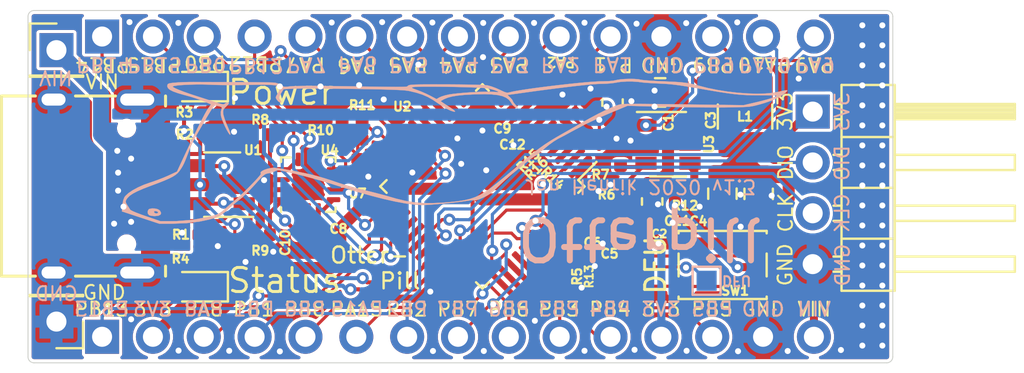
<source format=kicad_pcb>
(kicad_pcb (version 20171130) (host pcbnew 5.1.5+dfsg1-2build2)
  (layers (0 F.Cu signal) (31 B.Cu signal) (34 B.Paste user) (35 F.Paste user) (36 B.SilkS user) (37 F.SilkS user) (38 B.Mask user) (39 F.Mask user) (44 Edge.Cuts user))
  (net 0 "")
  (net 1 GND)
  (net 2 "Net-(C3-Pad2)")
  (net 3 "Net-(C3-Pad1)")
  (net 4 +3V3)
  (net 5 "Net-(D1-Pad1)")
  (net 6 "Net-(D2-Pad1)")
  (net 7 "Net-(J1-PadA8)")
  (net 8 "Net-(J1-PadB8)")
  (net 9 "Net-(R6-Pad2)")
  (net 10 "Net-(U2-Pad7)")
  (net 11 "Net-(U2-Pad6)")
  (net 12 "Net-(U2-Pad5)")
  (net 13 "Net-(U2-Pad4)")
  (net 14 "Net-(U2-Pad3)")
  (net 15 SWCLK)
  (net 16 SWDIO)
  (net 17 CC2)
  (net 18 CC1)
  (net 19 "Net-(R8-Pad2)")
  (net 20 "Net-(R9-Pad2)")
  (net 21 INT_N)
  (net 22 SDA)
  (net 23 SCL)
  (net 24 "Net-(U4-Pad13)")
  (net 25 "Net-(U4-Pad12)")
  (net 26 USB_P)
  (net 27 USB_N)
  (net 28 VIN)
  (net 29 "Net-(R12-Pad2)")
  (net 30 "Net-(J7-Pad1)")
  (net 31 "Net-(R13-Pad1)")
  (net 32 PB13)
  (net 33 PA9)
  (net 34 PA10)
  (net 35 PB9)
  (net 36 PA1)
  (net 37 PA2)
  (net 38 PA3)
  (net 39 PA4)
  (net 40 PA5)
  (net 41 PA6)
  (net 42 PA7)
  (net 43 PB0)
  (net 44 PB15)
  (net 45 PB14)
  (net 46 PB5)
  (net 47 PB4)
  (net 48 PB3)
  (net 49 PB6)
  (net 50 PB7)
  (net 51 PB2)
  (net 52 PA15)
  (net 53 PB8)
  (net 54 PB1)
  (net 55 PA8)
  (net 56 PA0)
  (net 57 VBUS)
  (module Resistor_SMD:R_0603_1608Metric (layer F.Cu) (at 49.2 24.4 90)
    (fp_text reference R16 (at -3.3 -3.8 225) (layer F.SilkS) (effects (font (size 0.45 0.45) (thickness 0.1125))))
    (fp_text value 1)
    (pad 2 smd roundrect (at 0.7875 0 90) (size 0.875 0.95) (layers F.Cu F.Paste F.Mask) (net 28 VIN))
    (pad 1 smd roundrect (at -0.7875 0 90) (size 0.875 0.95) (layers F.Cu F.Paste F.Mask) (net 57 VBUS))
  )
  (module Resistor_SMD:R_0402_1005Metric (layer F.Cu) (at 47.7 24.6 45)
    (fp_text reference R15 (at -3.818377 0 45) (layer F.SilkS) (effects (font (size 0.45 0.45) (thickness 0.1125))))
    (fp_text value 22k)
    (pad 2 smd roundrect (at 0.485 0 45) (size 0.59 0.64) (layers F.Cu F.Paste F.Mask) (net 1 GND))
    (pad 1 smd roundrect (at -0.485 0 45) (size 0.59 0.64) (layers F.Cu F.Paste F.Mask) (net 56 PA0))
  )
  (module Resistor_SMD:R_0402_1005Metric (layer F.Cu) (at 48.2 26.1 135)
    (fp_text reference R14 (at -0.070711 -2.899138 135) (layer F.SilkS) (effects (font (size 0.45 0.45) (thickness 0.1125))))
    (fp_text value 100k)
    (pad 2 smd roundrect (at 0.485 0 135) (size 0.59 0.64) (layers F.Cu F.Paste F.Mask) (net 56 PA0))
    (pad 1 smd roundrect (at -0.485 0 135) (size 0.59 0.64) (layers F.Cu F.Paste F.Mask) (net 57 VBUS))
  )
  (module Capacitor_SMD:C_0402_1005Metric (layer F.Cu) (at 47.6 23.2)
    (fp_text reference C12 (at -3.4 3.3) (layer F.SilkS) (effects (font (size 0.45 0.45) (thickness 0.1125))))
    (fp_text value "100n 50V")
    (pad 2 smd roundrect (at 0.485 0) (size 0.59 0.64) (layers F.Cu F.Paste F.Mask) (net 1 GND))
    (pad 1 smd roundrect (at -0.485 0) (size 0.59 0.64) (layers F.Cu F.Paste F.Mask) (net 56 PA0))
  )
  (module Capacitor_SMD:C_0603_1608Metric (layer F.Cu) (at 51.18 29.34 270)
    (fp_text reference C2 (at 1.62 -0.36) (layer F.SilkS) (effects (font (size 0.4 0.4) (thickness 0.1))))
    (fp_text value "100n 50V")
    (pad 1 smd roundrect (at -0.7875 0 270) (size 0.875 0.95) (layers F.Cu F.Paste F.Mask) (net 28 VIN))
    (pad 2 smd roundrect (at 0.7875 0 270) (size 0.875 0.95) (layers F.Cu F.Paste F.Mask) (net 1 GND))
  )
  (module otter:PinHeader_1x04_P2.54mm_Horizontal (layer F.Cu) (at 59.2 24.85)
    (fp_text reference J5 hide)
    (fp_text value SWD)
    (pad 4 thru_hole oval (at 0 7.62) (size 1.7 1.7) (drill 1) (layers *.Cu *.Mask) (net 1 GND))
    (pad 3 thru_hole oval (at 0 5.08) (size 1.7 1.7) (drill 1) (layers *.Cu *.Mask) (net 15 SWCLK))
    (pad 2 thru_hole oval (at 0 2.54) (size 1.7 1.7) (drill 1) (layers *.Cu *.Mask) (net 16 SWDIO))
    (pad 1 thru_hole rect (at 0 0) (size 1.7 1.7) (drill 1) (layers *.Cu *.Mask) (net 4 +3V3))
  )
  (module Resistor_SMD:R_0402_1005Metric (layer F.Cu) (at 49.83 33.09 90)
    (fp_text reference R13 (at 0 -1.8 270) (layer F.SilkS) (effects (font (size 0.4 0.4) (thickness 0.1))))
    (fp_text value 100)
    (pad 1 smd roundrect (at -0.485 0 90) (size 0.59 0.64) (layers F.Cu F.Paste F.Mask) (net 31 "Net-(R13-Pad1)"))
    (pad 2 smd roundrect (at 0.485 0 90) (size 0.59 0.64) (layers F.Cu F.Paste F.Mask) (net 30 "Net-(J7-Pad1)"))
  )
  (module TestPoint:TestPoint_Pad_1.0x1.0mm (layer B.Cu) (at 53.9 33.3)
    (fp_text reference J7 hide)
    (fp_text value PAD)
    (pad 1 smd rect (at 0 0) (size 1 1) (layers B.Cu B.Mask) (net 30 "Net-(J7-Pad1)"))
  )
  (module Inductor_SMD:L_1210_3225Metric (layer F.Cu) (at 55.82 25.1 270)
    (fp_text reference L1 (at 0 0) (layer F.SilkS) (effects (font (size 0.45 0.45) (thickness 0.1125))))
    (fp_text value 4u7)
    (pad 1 smd roundrect (at -1.4 0 270) (size 1.25 2.65) (layers F.Cu F.Paste F.Mask) (roundrect_rratio 0.2) (net 2 "Net-(C3-Pad2)"))
    (pad 2 smd roundrect (at 1.4 0 270) (size 1.25 2.65) (layers F.Cu F.Paste F.Mask) (roundrect_rratio 0.2) (net 4 +3V3))
  )
  (module Capacitor_SMD:C_0805_2012Metric (layer F.Cu) (at 54.69 28.95 270)
    (fp_text reference C11 (at 1.36 2.25) (layer F.SilkS) (effects (font (size 0.45 0.45) (thickness 0.1125))))
    (fp_text value "10u 25V")
    (pad 1 smd roundrect (at -0.9375 0 270) (size 0.975 1.4) (layers F.Cu F.Paste F.Mask) (net 4 +3V3))
    (pad 2 smd roundrect (at 0.9375 0 270) (size 0.975 1.4) (layers F.Cu F.Paste F.Mask) (net 1 GND))
  )
  (module Resistor_SMD:R_0402_1005Metric (layer F.Cu) (at 52.8 28.75)
    (fp_text reference R12 (at 0.02 0.8) (layer F.SilkS) (effects (font (size 0.45 0.45) (thickness 0.1125))))
    (fp_text value 100k)
    (pad 1 smd roundrect (at -0.485 0) (size 0.59 0.64) (layers F.Cu F.Paste F.Mask) (net 28 VIN))
    (pad 2 smd roundrect (at 0.485 0) (size 0.59 0.64) (layers F.Cu F.Paste F.Mask) (net 29 "Net-(R12-Pad2)"))
  )
  (module Connector_PinHeader_2.54mm:PinHeader_1x01_P2.54mm_Vertical (layer F.Cu) (at 21.42 21.78)
    (fp_text reference J2 hide)
    (fp_text value VBUS)
    (pad 1 thru_hole rect (at 0 0) (size 1.7 1.7) (drill 1) (layers *.Cu *.Mask) (net 57 VBUS))
  )
  (module Connector_PinHeader_2.54mm:PinHeader_1x01_P2.54mm_Vertical (layer F.Cu) (at 21.42 35.34 180)
    (fp_text reference J6 hide)
    (fp_text value GND)
    (pad 1 thru_hole rect (at 0 0 180) (size 1.7 1.7) (drill 1) (layers *.Cu *.Mask) (net 1 GND))
  )
  (module Package_QFP:LQFP-48_7x7mm_P0.5mm (layer F.Cu) (at 42.7 28.589949 225)
    (fp_text reference U2 (at 0.007107 5.649747) (layer F.SilkS) (effects (font (size 0.45 0.45) (thickness 0.1125))))
    (fp_text value STM32F072C8Tx)
    (pad 1 smd roundrect (at -4.1625 -2.75 225) (size 1.475 0.3) (layers F.Cu F.Paste F.Mask) (net 4 +3V3))
    (pad 2 smd roundrect (at -4.1625 -2.25 225) (size 1.475 0.3) (layers F.Cu F.Paste F.Mask) (net 30 "Net-(J7-Pad1)"))
    (pad 3 smd roundrect (at -4.1625 -1.75 225) (size 1.475 0.3) (layers F.Cu F.Paste F.Mask) (net 14 "Net-(U2-Pad3)"))
    (pad 4 smd roundrect (at -4.1625 -1.249999 225) (size 1.475 0.3) (layers F.Cu F.Paste F.Mask) (net 13 "Net-(U2-Pad4)"))
    (pad 5 smd roundrect (at -4.1625 -0.75 225) (size 1.475 0.3) (layers F.Cu F.Paste F.Mask) (net 12 "Net-(U2-Pad5)"))
    (pad 6 smd roundrect (at -4.1625 -0.25 225) (size 1.475 0.3) (layers F.Cu F.Paste F.Mask) (net 11 "Net-(U2-Pad6)"))
    (pad 7 smd roundrect (at -4.1625 0.25 225) (size 1.475 0.3) (layers F.Cu F.Paste F.Mask) (net 10 "Net-(U2-Pad7)"))
    (pad 8 smd roundrect (at -4.1625 0.75 225) (size 1.475 0.3) (layers F.Cu F.Paste F.Mask) (net 1 GND))
    (pad 9 smd roundrect (at -4.1625 1.249999 225) (size 1.475 0.3) (layers F.Cu F.Paste F.Mask) (net 4 +3V3))
    (pad 10 smd roundrect (at -4.1625 1.75 225) (size 1.475 0.3) (layers F.Cu F.Paste F.Mask) (net 56 PA0))
    (pad 11 smd roundrect (at -4.1625 2.25 225) (size 1.475 0.3) (layers F.Cu F.Paste F.Mask) (net 36 PA1))
    (pad 12 smd roundrect (at -4.1625 2.75 225) (size 1.475 0.3) (layers F.Cu F.Paste F.Mask) (net 37 PA2))
    (pad 13 smd roundrect (at -2.75 4.1625 225) (size 0.3 1.475) (layers F.Cu F.Paste F.Mask) (net 38 PA3))
    (pad 14 smd roundrect (at -2.25 4.1625 225) (size 0.3 1.475) (layers F.Cu F.Paste F.Mask) (net 39 PA4))
    (pad 15 smd roundrect (at -1.75 4.1625 225) (size 0.3 1.475) (layers F.Cu F.Paste F.Mask) (net 40 PA5))
    (pad 16 smd roundrect (at -1.249999 4.1625 225) (size 0.3 1.475) (layers F.Cu F.Paste F.Mask) (net 41 PA6))
    (pad 17 smd roundrect (at -0.75 4.1625 225) (size 0.3 1.475) (layers F.Cu F.Paste F.Mask) (net 42 PA7))
    (pad 18 smd roundrect (at -0.25 4.1625 225) (size 0.3 1.475) (layers F.Cu F.Paste F.Mask) (net 43 PB0))
    (pad 19 smd roundrect (at 0.25 4.1625 225) (size 0.3 1.475) (layers F.Cu F.Paste F.Mask) (net 54 PB1))
    (pad 20 smd roundrect (at 0.75 4.1625 225) (size 0.3 1.475) (layers F.Cu F.Paste F.Mask) (net 51 PB2))
    (pad 21 smd roundrect (at 1.249999 4.1625 225) (size 0.3 1.475) (layers F.Cu F.Paste F.Mask) (net 23 SCL))
    (pad 22 smd roundrect (at 1.75 4.1625 225) (size 0.3 1.475) (layers F.Cu F.Paste F.Mask) (net 22 SDA))
    (pad 23 smd roundrect (at 2.25 4.1625 225) (size 0.3 1.475) (layers F.Cu F.Paste F.Mask) (net 1 GND))
    (pad 24 smd roundrect (at 2.75 4.1625 225) (size 0.3 1.475) (layers F.Cu F.Paste F.Mask) (net 4 +3V3))
    (pad 25 smd roundrect (at 4.1625 2.75 225) (size 1.475 0.3) (layers F.Cu F.Paste F.Mask) (net 21 INT_N))
    (pad 26 smd roundrect (at 4.1625 2.25 225) (size 1.475 0.3) (layers F.Cu F.Paste F.Mask) (net 32 PB13))
    (pad 27 smd roundrect (at 4.1625 1.75 225) (size 1.475 0.3) (layers F.Cu F.Paste F.Mask) (net 45 PB14))
    (pad 28 smd roundrect (at 4.1625 1.249999 225) (size 1.475 0.3) (layers F.Cu F.Paste F.Mask) (net 44 PB15))
    (pad 29 smd roundrect (at 4.1625 0.75 225) (size 1.475 0.3) (layers F.Cu F.Paste F.Mask) (net 55 PA8))
    (pad 30 smd roundrect (at 4.1625 0.25 225) (size 1.475 0.3) (layers F.Cu F.Paste F.Mask) (net 33 PA9))
    (pad 31 smd roundrect (at 4.1625 -0.25 225) (size 1.475 0.3) (layers F.Cu F.Paste F.Mask) (net 34 PA10))
    (pad 32 smd roundrect (at 4.1625 -0.75 225) (size 1.475 0.3) (layers F.Cu F.Paste F.Mask) (net 27 USB_N))
    (pad 33 smd roundrect (at 4.1625 -1.249999 225) (size 1.475 0.3) (layers F.Cu F.Paste F.Mask) (net 26 USB_P))
    (pad 34 smd roundrect (at 4.1625 -1.75 225) (size 1.475 0.3) (layers F.Cu F.Paste F.Mask) (net 16 SWDIO))
    (pad 35 smd roundrect (at 4.1625 -2.25 225) (size 1.475 0.3) (layers F.Cu F.Paste F.Mask) (net 1 GND))
    (pad 36 smd roundrect (at 4.1625 -2.75 225) (size 1.475 0.3) (layers F.Cu F.Paste F.Mask) (net 4 +3V3))
    (pad 37 smd roundrect (at 2.75 -4.1625 225) (size 0.3 1.475) (layers F.Cu F.Paste F.Mask) (net 15 SWCLK))
    (pad 38 smd roundrect (at 2.25 -4.1625 225) (size 0.3 1.475) (layers F.Cu F.Paste F.Mask) (net 52 PA15))
    (pad 39 smd roundrect (at 1.75 -4.1625 225) (size 0.3 1.475) (layers F.Cu F.Paste F.Mask) (net 48 PB3))
    (pad 40 smd roundrect (at 1.249999 -4.1625 225) (size 0.3 1.475) (layers F.Cu F.Paste F.Mask) (net 47 PB4))
    (pad 41 smd roundrect (at 0.75 -4.1625 225) (size 0.3 1.475) (layers F.Cu F.Paste F.Mask) (net 46 PB5))
    (pad 42 smd roundrect (at 0.25 -4.1625 225) (size 0.3 1.475) (layers F.Cu F.Paste F.Mask) (net 49 PB6))
    (pad 43 smd roundrect (at -0.25 -4.1625 225) (size 0.3 1.475) (layers F.Cu F.Paste F.Mask) (net 50 PB7))
    (pad 44 smd roundrect (at -0.75 -4.1625 225) (size 0.3 1.475) (layers F.Cu F.Paste F.Mask) (net 30 "Net-(J7-Pad1)"))
    (pad 45 smd roundrect (at -1.249999 -4.1625 225) (size 0.3 1.475) (layers F.Cu F.Paste F.Mask) (net 53 PB8))
    (pad 46 smd roundrect (at -1.75 -4.1625 225) (size 0.3 1.475) (layers F.Cu F.Paste F.Mask) (net 35 PB9))
    (pad 47 smd roundrect (at -2.25 -4.1625 225) (size 0.3 1.475) (layers F.Cu F.Paste F.Mask) (net 1 GND))
    (pad 48 smd roundrect (at -2.75 -4.1625 225) (size 0.3 1.475) (layers F.Cu F.Paste F.Mask) (net 4 +3V3))
  )
  (module Connector_PinHeader_2.54mm:PinHeader_1x15_P2.54mm_Vertical (layer F.Cu) (at 23.7 21.1 90)
    (fp_text reference J3 hide)
    (fp_text value 1)
    (pad 15 thru_hole oval (at 0 35.56 90) (size 1.7 1.7) (drill 1) (layers *.Cu *.Mask) (net 33 PA9))
    (pad 14 thru_hole oval (at 0 33.02 90) (size 1.7 1.7) (drill 1) (layers *.Cu *.Mask) (net 34 PA10))
    (pad 13 thru_hole oval (at 0 30.48 90) (size 1.7 1.7) (drill 1) (layers *.Cu *.Mask) (net 35 PB9))
    (pad 12 thru_hole oval (at 0 27.94 90) (size 1.7 1.7) (drill 1) (layers *.Cu *.Mask) (net 1 GND))
    (pad 11 thru_hole oval (at 0 25.4 90) (size 1.7 1.7) (drill 1) (layers *.Cu *.Mask) (net 36 PA1))
    (pad 10 thru_hole oval (at 0 22.86 90) (size 1.7 1.7) (drill 1) (layers *.Cu *.Mask) (net 37 PA2))
    (pad 9 thru_hole oval (at 0 20.32 90) (size 1.7 1.7) (drill 1) (layers *.Cu *.Mask) (net 38 PA3))
    (pad 8 thru_hole oval (at 0 17.78 90) (size 1.7 1.7) (drill 1) (layers *.Cu *.Mask) (net 39 PA4))
    (pad 7 thru_hole oval (at 0 15.24 90) (size 1.7 1.7) (drill 1) (layers *.Cu *.Mask) (net 40 PA5))
    (pad 6 thru_hole oval (at 0 12.7 90) (size 1.7 1.7) (drill 1) (layers *.Cu *.Mask) (net 41 PA6))
    (pad 5 thru_hole oval (at 0 10.16 90) (size 1.7 1.7) (drill 1) (layers *.Cu *.Mask) (net 42 PA7))
    (pad 4 thru_hole oval (at 0 7.62 90) (size 1.7 1.7) (drill 1) (layers *.Cu *.Mask) (net 21 INT_N))
    (pad 3 thru_hole oval (at 0 5.08 90) (size 1.7 1.7) (drill 1) (layers *.Cu *.Mask) (net 43 PB0))
    (pad 2 thru_hole oval (at 0 2.54 90) (size 1.7 1.7) (drill 1) (layers *.Cu *.Mask) (net 44 PB15))
    (pad 1 thru_hole rect (at 0 0 90) (size 1.7 1.7) (drill 1) (layers *.Cu *.Mask) (net 45 PB14))
  )
  (module Connector_PinHeader_2.54mm:PinHeader_1x15_P2.54mm_Vertical (layer F.Cu) (at 23.7 36.1 90)
    (fp_text reference J4 hide)
    (fp_text value 2)
    (pad 15 thru_hole oval (at 0 35.56 90) (size 1.7 1.7) (drill 1) (layers *.Cu *.Mask) (net 28 VIN))
    (pad 14 thru_hole oval (at 0 33.02 90) (size 1.7 1.7) (drill 1) (layers *.Cu *.Mask) (net 1 GND))
    (pad 13 thru_hole oval (at 0 30.48 90) (size 1.7 1.7) (drill 1) (layers *.Cu *.Mask) (net 46 PB5))
    (pad 12 thru_hole oval (at 0 27.94 90) (size 1.7 1.7) (drill 1) (layers *.Cu *.Mask) (net 4 +3V3))
    (pad 11 thru_hole oval (at 0 25.4 90) (size 1.7 1.7) (drill 1) (layers *.Cu *.Mask) (net 47 PB4))
    (pad 10 thru_hole oval (at 0 22.86 90) (size 1.7 1.7) (drill 1) (layers *.Cu *.Mask) (net 48 PB3))
    (pad 9 thru_hole oval (at 0 20.32 90) (size 1.7 1.7) (drill 1) (layers *.Cu *.Mask) (net 49 PB6))
    (pad 8 thru_hole oval (at 0 17.78 90) (size 1.7 1.7) (drill 1) (layers *.Cu *.Mask) (net 50 PB7))
    (pad 7 thru_hole oval (at 0 15.24 90) (size 1.7 1.7) (drill 1) (layers *.Cu *.Mask) (net 51 PB2))
    (pad 6 thru_hole oval (at 0 12.7 90) (size 1.7 1.7) (drill 1) (layers *.Cu *.Mask) (net 52 PA15))
    (pad 5 thru_hole oval (at 0 10.16 90) (size 1.7 1.7) (drill 1) (layers *.Cu *.Mask) (net 53 PB8))
    (pad 4 thru_hole oval (at 0 7.62 90) (size 1.7 1.7) (drill 1) (layers *.Cu *.Mask) (net 54 PB1))
    (pad 3 thru_hole oval (at 0 5.08 90) (size 1.7 1.7) (drill 1) (layers *.Cu *.Mask) (net 55 PA8))
    (pad 2 thru_hole oval (at 0 2.54 90) (size 1.7 1.7) (drill 1) (layers *.Cu *.Mask) (net 4 +3V3))
    (pad 1 thru_hole rect (at 0 0 90) (size 1.7 1.7) (drill 1) (layers *.Cu *.Mask) (net 32 PB13))
  )
  (module Button_Switch_SMD:SW_SPST_PTS810 (layer F.Cu) (at 54.7 32.512 180)
    (fp_text reference SW1 (at -0.625 -1.288 180) (layer F.SilkS) (effects (font (size 0.45 0.45) (thickness 0.1125))))
    (fp_text value DFU)
    (pad 2 smd rect (at 2.075 1.075 180) (size 1.05 0.65) (layers F.Cu F.Paste F.Mask) (net 4 +3V3))
    (pad 2 smd rect (at -2.075 1.075 180) (size 1.05 0.65) (layers F.Cu F.Paste F.Mask) (net 4 +3V3))
    (pad 1 smd rect (at 2.075 -1.075 180) (size 1.05 0.65) (layers F.Cu F.Paste F.Mask) (net 31 "Net-(R13-Pad1)"))
    (pad 1 smd rect (at -2.075 -1.075 180) (size 1.05 0.65) (layers F.Cu F.Paste F.Mask) (net 31 "Net-(R13-Pad1)"))
  )
  (module Capacitor_SMD:C_0402_1005Metric (layer F.Cu) (at 33.6 31.4 270)
    (fp_text reference C10 (at 0 0.75 90) (layer F.SilkS) (effects (font (size 0.45 0.45) (thickness 0.1125))))
    (fp_text value "100n 50V")
    (pad 2 smd roundrect (at 0.485 0 270) (size 0.59 0.64) (layers F.Cu F.Paste F.Mask) (net 1 GND))
    (pad 1 smd roundrect (at -0.485 0 270) (size 0.59 0.64) (layers F.Cu F.Paste F.Mask) (net 57 VBUS))
  )
  (module Capacitor_SMD:C_0402_1005Metric (layer F.Cu) (at 46.2 24.1 315)
    (fp_text reference C9 (at -0.636396 2.899138 180) (layer F.SilkS) (effects (font (size 0.45 0.45) (thickness 0.1125))))
    (fp_text value "100n 50V")
    (pad 2 smd roundrect (at 0.485 0 315) (size 0.59 0.64) (layers F.Cu F.Paste F.Mask) (net 1 GND))
    (pad 1 smd roundrect (at -0.485 0 315) (size 0.59 0.64) (layers F.Cu F.Paste F.Mask) (net 4 +3V3))
  )
  (module Capacitor_SMD:C_0402_1005Metric (layer F.Cu) (at 34.6 31.4 270)
    (fp_text reference C8 (at -0.69 -0.91 180) (layer F.SilkS) (effects (font (size 0.45 0.45) (thickness 0.1125))))
    (fp_text value "100n 50V")
    (pad 2 smd roundrect (at 0.485 0 270) (size 0.59 0.64) (layers F.Cu F.Paste F.Mask) (net 1 GND))
    (pad 1 smd roundrect (at -0.485 0 270) (size 0.59 0.64) (layers F.Cu F.Paste F.Mask) (net 4 +3V3))
  )
  (module Capacitor_SMD:C_0402_1005Metric (layer F.Cu) (at 36.47 27.7 270)
    (fp_text reference C7 (at 1.24 0.01 180) (layer F.SilkS) (effects (font (size 0.45 0.45) (thickness 0.1125))))
    (fp_text value "100n 50V")
    (pad 2 smd roundrect (at 0.485 0 270) (size 0.59 0.64) (layers F.Cu F.Paste F.Mask) (net 1 GND))
    (pad 1 smd roundrect (at -0.485 0 270) (size 0.59 0.64) (layers F.Cu F.Paste F.Mask) (net 4 +3V3))
  )
  (module Capacitor_SMD:C_0402_1005Metric (layer F.Cu) (at 48.92 30.255 270)
    (fp_text reference C6 (at 1.145 0.72 180) (layer F.SilkS) (effects (font (size 0.45 0.45) (thickness 0.1125))))
    (fp_text value "100n 50V")
    (pad 2 smd roundrect (at 0.485 0 270) (size 0.59 0.64) (layers F.Cu F.Paste F.Mask) (net 1 GND))
    (pad 1 smd roundrect (at -0.485 0 270) (size 0.59 0.64) (layers F.Cu F.Paste F.Mask) (net 4 +3V3))
  )
  (module Capacitor_SMD:C_0402_1005Metric (layer F.Cu) (at 49.93 31 270)
    (fp_text reference C5 (at 0.95 0.88 180) (layer F.SilkS) (effects (font (size 0.45 0.45) (thickness 0.1125))))
    (fp_text value "100n 50V")
    (pad 2 smd roundrect (at 0.485 0 270) (size 0.59 0.64) (layers F.Cu F.Paste F.Mask) (net 1 GND))
    (pad 1 smd roundrect (at -0.485 0 270) (size 0.59 0.64) (layers F.Cu F.Paste F.Mask) (net 4 +3V3))
  )
  (module Capacitor_SMD:C_0402_1005Metric (layer F.Cu) (at 53.72 23.87 270)
    (fp_text reference C3 (at 1.41 -0.39 270) (layer F.SilkS) (effects (font (size 0.45 0.45) (thickness 0.1125))))
    (fp_text value "100n 50V")
    (pad 2 smd roundrect (at 0.485 0 270) (size 0.59 0.64) (layers F.Cu F.Paste F.Mask) (net 2 "Net-(C3-Pad2)"))
    (pad 1 smd roundrect (at -0.485 0 270) (size 0.59 0.64) (layers F.Cu F.Paste F.Mask) (net 3 "Net-(C3-Pad1)"))
  )
  (module Resistor_SMD:R_0402_1005Metric (layer F.Cu) (at 36.69 25.770001 90)
    (fp_text reference R11 (at 1.240001 0 180) (layer F.SilkS) (effects (font (size 0.45 0.45) (thickness 0.1125))))
    (fp_text value 3k3)
    (pad 2 smd roundrect (at 0.485 0 90) (size 0.59 0.64) (layers F.Cu F.Paste F.Mask) (net 22 SDA))
    (pad 1 smd roundrect (at -0.485 0 90) (size 0.59 0.64) (layers F.Cu F.Paste F.Mask) (net 4 +3V3))
  )
  (module Resistor_SMD:R_0402_1005Metric (layer F.Cu) (at 35.69 25.770001 90)
    (fp_text reference R10 (at -0.009999 -1.07 -180) (layer F.SilkS) (effects (font (size 0.45 0.45) (thickness 0.1125))))
    (fp_text value 3k3)
    (pad 2 smd roundrect (at 0.485 0 90) (size 0.59 0.64) (layers F.Cu F.Paste F.Mask) (net 23 SCL))
    (pad 1 smd roundrect (at -0.485 0 90) (size 0.59 0.64) (layers F.Cu F.Paste F.Mask) (net 4 +3V3))
  )
  (module Resistor_SMD:R_0402_1005Metric (layer F.Cu) (at 31.6 31)
    (fp_text reference R9 (at 0 0.8) (layer F.SilkS) (effects (font (size 0.45 0.45) (thickness 0.1125))))
    (fp_text value 0)
    (pad 2 smd roundrect (at 0.485 0) (size 0.59 0.64) (layers F.Cu F.Paste F.Mask) (net 20 "Net-(R9-Pad2)"))
    (pad 1 smd roundrect (at -0.485 0) (size 0.59 0.64) (layers F.Cu F.Paste F.Mask) (net 17 CC2))
  )
  (module Resistor_SMD:R_0402_1005Metric (layer F.Cu) (at 31.6 26)
    (fp_text reference R8 (at 0 -0.74) (layer F.SilkS) (effects (font (size 0.45 0.45) (thickness 0.1125))))
    (fp_text value 0)
    (pad 2 smd roundrect (at 0.485 0) (size 0.59 0.64) (layers F.Cu F.Paste F.Mask) (net 19 "Net-(R8-Pad2)"))
    (pad 1 smd roundrect (at -0.485 0) (size 0.59 0.64) (layers F.Cu F.Paste F.Mask) (net 18 CC1))
  )
  (module Resistor_SMD:R_0402_1005Metric (layer F.Cu) (at 49.6 27.085 90)
    (fp_text reference R7 (at -0.915 -1 180) (layer F.SilkS) (effects (font (size 0.45 0.45) (thickness 0.1125))))
    (fp_text value 22k)
    (pad 2 smd roundrect (at 0.485 0 90) (size 0.59 0.64) (layers F.Cu F.Paste F.Mask) (net 1 GND))
    (pad 1 smd roundrect (at -0.485 0 90) (size 0.59 0.64) (layers F.Cu F.Paste F.Mask) (net 9 "Net-(R6-Pad2)"))
  )
  (module Resistor_SMD:R_0402_1005Metric (layer F.Cu) (at 49.93 28.99 90)
    (fp_text reference R6 (at -0.01 -1.03 -180) (layer F.SilkS) (effects (font (size 0.45 0.45) (thickness 0.1125))))
    (fp_text value 100k)
    (pad 2 smd roundrect (at 0.485 0 90) (size 0.59 0.64) (layers F.Cu F.Paste F.Mask) (net 9 "Net-(R6-Pad2)"))
    (pad 1 smd roundrect (at -0.485 0 90) (size 0.59 0.64) (layers F.Cu F.Paste F.Mask) (net 4 +3V3))
  )
  (module Resistor_SMD:R_0402_1005Metric (layer F.Cu) (at 48.8 33.095 90)
    (fp_text reference R5 (at 0.005 -1.37 270) (layer F.SilkS) (effects (font (size 0.45 0.45) (thickness 0.1125))))
    (fp_text value 3k3)
    (pad 2 smd roundrect (at 0.485 0 90) (size 0.59 0.64) (layers F.Cu F.Paste F.Mask) (net 1 GND))
    (pad 1 smd roundrect (at -0.485 0 90) (size 0.59 0.64) (layers F.Cu F.Paste F.Mask) (net 30 "Net-(J7-Pad1)"))
  )
  (module Resistor_SMD:R_0402_1005Metric (layer F.Cu) (at 29 32.2)
    (fp_text reference R4 (at -1.38 0) (layer F.SilkS) (effects (font (size 0.45 0.45) (thickness 0.1125))))
    (fp_text value 3k3)
    (pad 2 smd roundrect (at 0.485 0) (size 0.59 0.64) (layers F.Cu F.Paste F.Mask) (net 1 GND))
    (pad 1 smd roundrect (at -0.485 0) (size 0.59 0.64) (layers F.Cu F.Paste F.Mask) (net 6 "Net-(D2-Pad1)"))
  )
  (module Resistor_SMD:R_0402_1005Metric (layer F.Cu) (at 29.2 24.9)
    (fp_text reference R3 (at -1.39 0) (layer F.SilkS) (effects (font (size 0.45 0.45) (thickness 0.1125))))
    (fp_text value 3k3)
    (pad 2 smd roundrect (at 0.485 0) (size 0.59 0.64) (layers F.Cu F.Paste F.Mask) (net 1 GND))
    (pad 1 smd roundrect (at -0.485 0) (size 0.59 0.64) (layers F.Cu F.Paste F.Mask) (net 5 "Net-(D1-Pad1)"))
  )
  (module Resistor_SMD:R_0402_1005Metric (layer F.Cu) (at 29.2 26 180)
    (fp_text reference R2 (at 1.37 0 180) (layer F.SilkS) (effects (font (size 0.45 0.45) (thickness 0.1125))))
    (fp_text value DNP)
    (pad 2 smd roundrect (at 0.485 0 180) (size 0.59 0.64) (layers F.Cu F.Paste F.Mask) (net 18 CC1))
    (pad 1 smd roundrect (at -0.485 0 180) (size 0.59 0.64) (layers F.Cu F.Paste F.Mask) (net 1 GND))
  )
  (module Resistor_SMD:R_0402_1005Metric (layer F.Cu) (at 29 31 180)
    (fp_text reference R1 (at 1.36 0 180) (layer F.SilkS) (effects (font (size 0.45 0.45) (thickness 0.1125))))
    (fp_text value DNP)
    (pad 2 smd roundrect (at 0.485 0 180) (size 0.59 0.64) (layers F.Cu F.Paste F.Mask) (net 17 CC2))
    (pad 1 smd roundrect (at -0.485 0 180) (size 0.59 0.64) (layers F.Cu F.Paste F.Mask) (net 1 GND))
  )
  (module Package_DFN_QFN:WQFN-14-1EP_2.5x2.5mm_P0.5mm_EP1.45x1.45mm (layer F.Cu) (at 34 28.5 90)
    (fp_text reference U4 (at 1.72 1.07 180) (layer F.SilkS) (effects (font (size 0.45 0.45) (thickness 0.1125))))
    (fp_text value FUSB302BMPX)
    (pad 14 smd roundrect (at -0.75 -1.2625 90) (size 0.25 0.675) (layers F.Cu F.Paste F.Mask) (net 20 "Net-(R9-Pad2)"))
    (pad 13 smd roundrect (at -0.25 -1.2625 90) (size 0.25 0.675) (layers F.Cu F.Paste F.Mask) (net 24 "Net-(U4-Pad13)"))
    (pad 12 smd roundrect (at 0.25 -1.2625 90) (size 0.25 0.675) (layers F.Cu F.Paste F.Mask) (net 25 "Net-(U4-Pad12)"))
    (pad 11 smd roundrect (at 0.75 -1.2625 90) (size 0.25 0.675) (layers F.Cu F.Paste F.Mask) (net 19 "Net-(R8-Pad2)"))
    (pad 10 smd roundrect (at 1.2625 -0.5 90) (size 0.675 0.25) (layers F.Cu F.Paste F.Mask) (net 19 "Net-(R8-Pad2)"))
    (pad 9 smd roundrect (at 1.2625 0 90) (size 0.675 0.25) (layers F.Cu F.Paste F.Mask) (net 1 GND))
    (pad 8 smd roundrect (at 1.2625 0.5 90) (size 0.675 0.25) (layers F.Cu F.Paste F.Mask) (net 1 GND))
    (pad 7 smd roundrect (at 0.75 1.2625 90) (size 0.25 0.675) (layers F.Cu F.Paste F.Mask) (net 22 SDA))
    (pad 6 smd roundrect (at 0.25 1.2625 90) (size 0.25 0.675) (layers F.Cu F.Paste F.Mask) (net 23 SCL))
    (pad 5 smd roundrect (at -0.25 1.2625 90) (size 0.25 0.675) (layers F.Cu F.Paste F.Mask) (net 21 INT_N))
    (pad 4 smd roundrect (at -0.75 1.2625 90) (size 0.25 0.675) (layers F.Cu F.Paste F.Mask) (net 4 +3V3))
    (pad 3 smd roundrect (at -1.2625 0.5 90) (size 0.675 0.25) (layers F.Cu F.Paste F.Mask) (net 4 +3V3))
    (pad 2 smd roundrect (at -1.2625 0 90) (size 0.675 0.25) (layers F.Cu F.Paste F.Mask) (net 57 VBUS))
    (pad 1 smd roundrect (at -1.2625 -0.5 90) (size 0.675 0.25) (layers F.Cu F.Paste F.Mask) (net 20 "Net-(R9-Pad2)"))
    (pad 15 smd roundrect (at 0 0 90) (size 1.45 1.45) (layers F.Cu F.Mask) (roundrect_rratio 0.172414) (net 1 GND))
  )
  (module Package_TO_SOT_SMD:SOT-23-6 (layer F.Cu) (at 51.97 26.48)
    (fp_text reference U3 (at 2.05 0 -270) (layer F.SilkS) (effects (font (size 0.45 0.45) (thickness 0.1125))))
    (fp_text value SY8201)
    (pad 5 smd rect (at 1.1 0) (size 1.06 0.65) (layers F.Cu F.Paste F.Mask) (net 28 VIN))
    (pad 6 smd rect (at 1.1 -0.95) (size 1.06 0.65) (layers F.Cu F.Paste F.Mask) (net 2 "Net-(C3-Pad2)"))
    (pad 4 smd rect (at 1.1 0.95) (size 1.06 0.65) (layers F.Cu F.Paste F.Mask) (net 29 "Net-(R12-Pad2)"))
    (pad 3 smd rect (at -1.1 0.95) (size 1.06 0.65) (layers F.Cu F.Paste F.Mask) (net 9 "Net-(R6-Pad2)"))
    (pad 2 smd rect (at -1.1 0) (size 1.06 0.65) (layers F.Cu F.Paste F.Mask) (net 1 GND))
    (pad 1 smd rect (at -1.1 -0.95) (size 1.06 0.65) (layers F.Cu F.Paste F.Mask) (net 3 "Net-(C3-Pad1)"))
  )
  (module Package_TO_SOT_SMD:SOT-23-6 (layer F.Cu) (at 29.7 28.5 180)
    (fp_text reference U1 (at -1.55 1.725 180) (layer F.SilkS) (effects (font (size 0.45 0.45) (thickness 0.1125))))
    (fp_text value USBLC6-4)
    (pad 5 smd rect (at 1.1 0 180) (size 1.06 0.65) (layers F.Cu F.Paste F.Mask) (net 4 +3V3))
    (pad 6 smd rect (at 1.1 -0.95 180) (size 1.06 0.65) (layers F.Cu F.Paste F.Mask) (net 26 USB_P))
    (pad 4 smd rect (at 1.1 0.95 180) (size 1.06 0.65) (layers F.Cu F.Paste F.Mask) (net 27 USB_N))
    (pad 3 smd rect (at -1.1 0.95 180) (size 1.06 0.65) (layers F.Cu F.Paste F.Mask) (net 18 CC1))
    (pad 2 smd rect (at -1.1 0 180) (size 1.06 0.65) (layers F.Cu F.Paste F.Mask) (net 1 GND))
    (pad 1 smd rect (at -1.1 -0.95 180) (size 1.06 0.65) (layers F.Cu F.Paste F.Mask) (net 17 CC2))
  )
  (module "otter:USB-C 16Pin" (layer F.Cu) (at 26.369999 28.57 270)
    (fp_text reference J1 hide)
    (fp_text value USB-c)
    (pad S1 thru_hole oval (at -4.32 0.915 270) (size 1 2.1) (drill oval 0.6 1.7) (layers *.Cu *.Mask) (net 1 GND))
    (pad S1 thru_hole oval (at 4.32 0.915 270) (size 1 2.1) (drill oval 0.6 1.7) (layers *.Cu *.Mask) (net 1 GND))
    (pad S1 thru_hole oval (at -4.32 5.095 270) (size 1 1.6) (drill oval 0.6 1.2) (layers *.Cu *.Mask) (net 1 GND))
    (pad S1 thru_hole oval (at 4.32 5.095 270) (size 1 1.6) (drill oval 0.6 1.2) (layers *.Cu *.Mask) (net 1 GND))
    (pad "" np_thru_hole circle (at 2.89 1.445 270) (size 0.65 0.65) (drill 0.65) (layers *.Cu *.Mask))
    (pad "" np_thru_hole circle (at -2.89 1.445 270) (size 0.65 0.65) (drill 0.65) (layers *.Cu *.Mask))
    (pad B1 smd rect (at 3.2 0 270) (size 0.6 1.45) (layers F.Cu F.Paste F.Mask) (net 1 GND))
    (pad B4 smd rect (at 2.4 0 270) (size 0.6 1.45) (layers F.Cu F.Paste F.Mask) (net 57 VBUS))
    (pad B5 smd rect (at 1.75 0 270) (size 0.3 1.45) (layers F.Cu F.Paste F.Mask) (net 17 CC2))
    (pad A8 smd rect (at 1.25 0 270) (size 0.3 1.45) (layers F.Cu F.Paste F.Mask) (net 7 "Net-(J1-PadA8)"))
    (pad B6 smd rect (at 0.75 0 270) (size 0.3 1.45) (layers F.Cu F.Paste F.Mask) (net 26 USB_P))
    (pad A7 smd rect (at 0.25 0 270) (size 0.3 1.45) (layers F.Cu F.Paste F.Mask) (net 27 USB_N))
    (pad A6 smd rect (at -0.25 0 270) (size 0.3 1.45) (layers F.Cu F.Paste F.Mask) (net 26 USB_P))
    (pad B7 smd rect (at -0.75 0 270) (size 0.3 1.45) (layers F.Cu F.Paste F.Mask) (net 27 USB_N))
    (pad A5 smd rect (at -1.25 0 270) (size 0.3 1.45) (layers F.Cu F.Paste F.Mask) (net 18 CC1))
    (pad B8 smd rect (at -1.75 0 270) (size 0.3 1.45) (layers F.Cu F.Paste F.Mask) (net 8 "Net-(J1-PadB8)"))
    (pad A4 smd rect (at -2.4 0 270) (size 0.6 1.45) (layers F.Cu F.Paste F.Mask) (net 57 VBUS))
    (pad A1 smd rect (at -3.2 0 270) (size 0.6 1.45) (layers F.Cu F.Paste F.Mask) (net 1 GND))
  )
  (module LED_SMD:LED_0603_1608Metric (layer F.Cu) (at 28.5 33.6 180)
    (fp_text reference D2 hide)
    (fp_text value "LED GREEN")
    (pad 2 smd roundrect (at 0.7875 0 180) (size 0.875 0.95) (layers F.Cu F.Paste F.Mask) (net 32 PB13))
    (pad 1 smd roundrect (at -0.7875 0 180) (size 0.875 0.95) (layers F.Cu F.Paste F.Mask) (net 6 "Net-(D2-Pad1)"))
  )
  (module LED_SMD:LED_0603_1608Metric (layer F.Cu) (at 28.5 23.6 180)
    (fp_text reference D1 hide)
    (fp_text value "LED RED")
    (pad 2 smd roundrect (at 0.7875 0 180) (size 0.875 0.95) (layers F.Cu F.Paste F.Mask) (net 4 +3V3))
    (pad 1 smd roundrect (at -0.7875 0 180) (size 0.875 0.95) (layers F.Cu F.Paste F.Mask) (net 5 "Net-(D1-Pad1)"))
  )
  (module Capacitor_SMD:C_0805_2012Metric (layer F.Cu) (at 56.5 28.96 270)
    (fp_text reference C4 (at 1.37 3.01) (layer F.SilkS) (effects (font (size 0.45 0.45) (thickness 0.1125))))
    (fp_text value "10u 25V")
    (pad 2 smd roundrect (at 0.9375 0 270) (size 0.975 1.4) (layers F.Cu F.Paste F.Mask) (net 1 GND))
    (pad 1 smd roundrect (at -0.9375 0 270) (size 0.975 1.4) (layers F.Cu F.Paste F.Mask) (net 4 +3V3))
  )
  (module Capacitor_SMD:C_0805_2012Metric (layer F.Cu) (at 51.58 23.89 180)
    (fp_text reference C1 (at -0.42 -1.51 90) (layer F.SilkS) (effects (font (size 0.45 0.45) (thickness 0.1125))))
    (fp_text value "10u 25V")
    (pad 2 smd roundrect (at 0.9375 0 180) (size 0.975 1.4) (layers F.Cu F.Paste F.Mask) (net 1 GND))
    (pad 1 smd roundrect (at -0.9375 0 180) (size 0.975 1.4) (layers F.Cu F.Paste F.Mask) (net 28 VIN))
  )
  (module otter:otter_laying_3411 (layer B.Cu) (at 41 26.81)
    (fp_text reference G*** hide)
    (fp_text value LOGO hide)
  )
  (gr_text "Otter-\n     Pill" (at 37.06 32.67) (layer F.SilkS) (effects (font (size 0.8 0.8) (thickness 0.12))))
  (gr_text 3V3 (at 57.82 24.84 90) (layer F.SilkS) (effects (font (size 0.7 0.7) (thickness 0.1))))
  (gr_text GND (at 21.42 33.95) (layer B.SilkS) (effects (font (size 0.7 0.7) (thickness 0.1)) (justify mirror)))
  (gr_text VIN (at 21.39 23.16 180) (layer B.SilkS) (effects (font (size 0.7 0.7) (thickness 0.1)) (justify mirror)))
  (gr_text VIN (at 23.71 23.37) (layer F.SilkS) (effects (font (size 0.7 0.7) (thickness 0.1))))
  (gr_text GND (at 23.81 33.89) (layer F.SilkS) (effects (font (size 0.7 0.7) (thickness 0.1))))
  (gr_text DFU (at 55.4 33.3 180) (layer B.SilkS) (effects (font (size 0.5 0.5) (thickness 0.1)) (justify mirror)))
  (gr_text "Otterpill\n" (at 50.59 31.19 180) (layer B.SilkS) (effects (font (size 2 2) (thickness 0.3)) (justify mirror)))
  (gr_text "Jan Henrik 2020 v1.3" (at 50.59 28.6 180) (layer B.SilkS) (effects (font (size 0.7 0.7) (thickness 0.1)) (justify mirror)))
  (gr_text 3V3 (at 60.67 24.87 90) (layer B.SilkS) (effects (font (size 0.7 0.7) (thickness 0.1)) (justify mirror)))
  (gr_text DIO (at 60.67 27.42 90) (layer B.SilkS) (effects (font (size 0.7 0.7) (thickness 0.1)) (justify mirror)))
  (gr_text CLK (at 60.67 29.92 90) (layer B.SilkS) (effects (font (size 0.7 0.7) (thickness 0.1)) (justify mirror)))
  (gr_text GND (at 60.695 32.52 90) (layer B.SilkS) (effects (font (size 0.7 0.7) (thickness 0.1)) (justify mirror)))
  (gr_text GND (at 51.725 22.5 180) (layer B.SilkS) (effects (font (size 0.7 0.7) (thickness 0.1)) (justify mirror)))
  (gr_text PB0 (at 28.875 22.5 180) (layer B.SilkS) (effects (font (size 0.7 0.7) (thickness 0.1)) (justify mirror)))
  (gr_text PB9 (at 54.275 22.5 180) (layer B.SilkS) (effects (font (size 0.7 0.7) (thickness 0.1)) (justify mirror)))
  (gr_text PB12 (at 31.4 22.55 180) (layer B.SilkS) (effects (font (size 0.7 0.7) (thickness 0.1)) (justify mirror)))
  (gr_text PA6 (at 36.475 22.45 180) (layer B.SilkS) (effects (font (size 0.7 0.7) (thickness 0.1)) (justify mirror)))
  (gr_text PA10 (at 56.825 22.5 180) (layer B.SilkS) (effects (font (size 0.7 0.7) (thickness 0.1)) (justify mirror)))
  (gr_text PA1 (at 49.2 22.5 180) (layer B.SilkS) (effects (font (size 0.7 0.7) (thickness 0.1)) (justify mirror)))
  (gr_text PA5 (at 39.025 22.5 180) (layer B.SilkS) (effects (font (size 0.7 0.7) (thickness 0.1)) (justify mirror)))
  (gr_text PB14 (at 23.775 22.5 180) (layer B.SilkS) (effects (font (size 0.7 0.7) (thickness 0.1)) (justify mirror)))
  (gr_text PA3 (at 44.075 22.5 180) (layer B.SilkS) (effects (font (size 0.7 0.7) (thickness 0.1)) (justify mirror)))
  (gr_text PA9 (at 59.325 22.5 180) (layer B.SilkS) (effects (font (size 0.7 0.7) (thickness 0.1)) (justify mirror)))
  (gr_text PB15 (at 26.325 22.5 180) (layer B.SilkS) (effects (font (size 0.7 0.7) (thickness 0.1)) (justify mirror)))
  (gr_text PA4 (at 41.55 22.5 180) (layer B.SilkS) (effects (font (size 0.7 0.7) (thickness 0.1)) (justify mirror)))
  (gr_text PA7 (at 33.9 22.5 180) (layer B.SilkS) (effects (font (size 0.7 0.7) (thickness 0.1)) (justify mirror)))
  (gr_text PA2 (at 46.6 22.5 180) (layer B.SilkS) (effects (font (size 0.7 0.7) (thickness 0.1)) (justify mirror)))
  (gr_text PB7 (at 41.475 34.725) (layer B.SilkS) (effects (font (size 0.7 0.7) (thickness 0.1)) (justify mirror)))
  (gr_text GND (at 56.725 34.725) (layer B.SilkS) (effects (font (size 0.7 0.7) (thickness 0.1)) (justify mirror)))
  (gr_text PB1 (at 31.275 34.725) (layer B.SilkS) (effects (font (size 0.7 0.7) (thickness 0.1)) (justify mirror)))
  (gr_text PA8 (at 28.775 34.725) (layer B.SilkS) (effects (font (size 0.7 0.7) (thickness 0.1)) (justify mirror)))
  (gr_text PB3 (at 46.525 34.725) (layer B.SilkS) (effects (font (size 0.7 0.7) (thickness 0.1)) (justify mirror)))
  (gr_text 3V3 (at 51.625 34.725) (layer B.SilkS) (effects (font (size 0.7 0.7) (thickness 0.1)) (justify mirror)))
  (gr_text PB5 (at 54.175 34.725) (layer B.SilkS) (effects (font (size 0.7 0.7) (thickness 0.1)) (justify mirror)))
  (gr_text PB4 (at 49.075 34.725) (layer B.SilkS) (effects (font (size 0.7 0.7) (thickness 0.1)) (justify mirror)))
  (gr_text PA15 (at 36.425 34.725) (layer B.SilkS) (effects (font (size 0.7 0.7) (thickness 0.1)) (justify mirror)))
  (gr_text PB2 (at 38.925 34.725) (layer B.SilkS) (effects (font (size 0.7 0.7) (thickness 0.1)) (justify mirror)))
  (gr_text VIN (at 59.275 34.725) (layer B.SilkS) (effects (font (size 0.7 0.7) (thickness 0.1)) (justify mirror)))
  (gr_text PB8 (at 33.825 34.725) (layer B.SilkS) (effects (font (size 0.7 0.7) (thickness 0.1)) (justify mirror)))
  (gr_text PB6 (at 44.025 34.725) (layer B.SilkS) (effects (font (size 0.7 0.7) (thickness 0.1)) (justify mirror)))
  (gr_text PB13 (at 23.675 34.725) (layer B.SilkS) (effects (font (size 0.7 0.7) (thickness 0.1)) (justify mirror)))
  (gr_text 3V3 (at 26.225 34.725) (layer B.SilkS) (effects (font (size 0.7 0.7) (thickness 0.1)) (justify mirror)))
  (gr_text PB0 (at 28.83 22.41 180) (layer F.SilkS) (effects (font (size 0.7 0.7) (thickness 0.1))))
  (gr_text PB14 (at 23.725 22.5 180) (layer F.SilkS) (effects (font (size 0.7 0.7) (thickness 0.1))))
  (gr_text PB15 (at 26.275 22.5 180) (layer F.SilkS) (effects (font (size 0.7 0.7) (thickness 0.1))))
  (gr_text PB12 (at 31.35 22.45 180) (layer F.SilkS) (effects (font (size 0.7 0.7) (thickness 0.1))))
  (gr_text PA7 (at 33.85 22.5 180) (layer F.SilkS) (effects (font (size 0.7 0.7) (thickness 0.1))))
  (gr_text PA6 (at 36.425 22.55 180) (layer F.SilkS) (effects (font (size 0.7 0.7) (thickness 0.1))))
  (gr_text PA5 (at 38.975 22.5 180) (layer F.SilkS) (effects (font (size 0.7 0.7) (thickness 0.1))))
  (gr_text PA4 (at 41.5 22.5 180) (layer F.SilkS) (effects (font (size 0.7 0.7) (thickness 0.1))))
  (gr_text PA3 (at 44.025 22.5 180) (layer F.SilkS) (effects (font (size 0.7 0.7) (thickness 0.1))))
  (gr_text PA2 (at 46.625 22.375 180) (layer F.SilkS) (effects (font (size 0.5 0.5) (thickness 0.1))))
  (gr_text PA1 (at 49.23 22.5 180) (layer F.SilkS) (effects (font (size 0.7 0.7) (thickness 0.1))))
  (gr_text GND (at 51.675 22.5 180) (layer F.SilkS) (effects (font (size 0.7 0.7) (thickness 0.1))))
  (gr_text PB9 (at 54.225 22.5 180) (layer F.SilkS) (effects (font (size 0.7 0.7) (thickness 0.1))))
  (gr_text PA10 (at 56.775 22.5 180) (layer F.SilkS) (effects (font (size 0.7 0.7) (thickness 0.1))))
  (gr_text PA9 (at 59.275 22.5 180) (layer F.SilkS) (effects (font (size 0.7 0.7) (thickness 0.1))))
  (gr_text VIN (at 59.275 34.725) (layer F.SilkS) (effects (font (size 0.7 0.7) (thickness 0.1))))
  (gr_text GND (at 56.725 34.725) (layer F.SilkS) (effects (font (size 0.7 0.7) (thickness 0.1))))
  (gr_text PB5 (at 54.175 34.725) (layer F.SilkS) (effects (font (size 0.7 0.7) (thickness 0.1))))
  (gr_text 3V3 (at 51.625 34.725) (layer F.SilkS) (effects (font (size 0.7 0.7) (thickness 0.1))))
  (gr_text PB4 (at 49.075 34.725) (layer F.SilkS) (effects (font (size 0.7 0.7) (thickness 0.1))))
  (gr_text PB3 (at 46.525 34.725) (layer F.SilkS) (effects (font (size 0.7 0.7) (thickness 0.1))))
  (gr_text PB6 (at 44.025 34.725) (layer F.SilkS) (effects (font (size 0.7 0.7) (thickness 0.1))))
  (gr_text PB7 (at 41.475 34.725) (layer F.SilkS) (effects (font (size 0.7 0.7) (thickness 0.1))))
  (gr_text PB2 (at 38.925 34.725) (layer F.SilkS) (effects (font (size 0.7 0.7) (thickness 0.1))))
  (gr_text PA15 (at 36.425 34.725) (layer F.SilkS) (effects (font (size 0.7 0.7) (thickness 0.1))))
  (gr_text PB8 (at 33.825 34.725) (layer F.SilkS) (effects (font (size 0.7 0.7) (thickness 0.1))))
  (gr_text PB1 (at 31.275 34.725) (layer F.SilkS) (effects (font (size 0.7 0.7) (thickness 0.1))))
  (gr_text PA8 (at 28.775 34.725) (layer F.SilkS) (effects (font (size 0.7 0.7) (thickness 0.1))))
  (gr_text PB13 (at 23.675 34.725) (layer F.SilkS) (effects (font (size 0.7 0.7) (thickness 0.1))))
  (gr_text 3V3 (at 26.225 34.725) (layer F.SilkS) (effects (font (size 0.7 0.7) (thickness 0.1))))
  (gr_text DIO (at 57.85 27.4 90) (layer F.SilkS) (effects (font (size 0.7 0.7) (thickness 0.1))))
  (gr_text CLK (at 57.85 29.9 90) (layer F.SilkS) (effects (font (size 0.7 0.7) (thickness 0.1))))
  (gr_text GND (at 57.825 32.5 90) (layer F.SilkS) (effects (font (size 0.7 0.7) (thickness 0.1))))
  (gr_text DFU (at 51.35 32.52 90) (layer F.SilkS) (effects (font (size 1 1))))
  (gr_text Status (at 29.89 33.29) (layer F.SilkS) (effects (font (size 1.2 1.2)) (justify left)))
  (gr_text Power (at 29.89 23.89) (layer F.SilkS) (effects (font (size 1.2 1.2)) (justify left)))
  (gr_arc (start 62.9 37.1) (end 62.9 37.4) (angle -90) (layer Edge.Cuts) (width 0.05))
  (gr_arc (start 62.9 20.1) (end 63.2 20.1) (angle -90) (layer Edge.Cuts) (width 0.05))
  (gr_arc (start 20.3 20.1) (end 20.3 19.8) (angle -90) (layer Edge.Cuts) (width 0.05))
  (gr_arc (start 20.3 37.1) (end 20 37.1) (angle -90) (layer Edge.Cuts) (width 0.05))
  (gr_line (start 20 37.1) (end 20 20.1) (layer Edge.Cuts) (width 0.05))
  (gr_line (start 62.9 37.4) (end 20.3 37.4) (layer Edge.Cuts) (width 0.05))
  (gr_line (start 63.2 20.1) (end 63.2 37.1) (layer Edge.Cuts) (width 0.05))
  (gr_line (start 20.3 19.8) (end 62.9 19.8) (layer Edge.Cuts) (width 0.05))
  (via (at 50.3 36.75) (size 0.6) (drill 0.3) (layers F.Cu B.Cu) (net 1))
  (via (at 52.9 36.8) (size 0.6) (drill 0.3) (layers F.Cu B.Cu) (net 1))
  (segment (start 34 27.2375) (end 34 28.5) (width 0.2) (layer F.Cu) (net 1))
  (segment (start 34.5 28) (end 34 28.5) (width 0.2) (layer F.Cu) (net 1))
  (segment (start 34.5 27.2375) (end 34.5 28) (width 0.2) (layer F.Cu) (net 1))
  (segment (start 25.454999 32.685) (end 26.369999 31.77) (width 0.4) (layer F.Cu) (net 1))
  (segment (start 25.454999 32.89) (end 25.454999 32.685) (width 0.4) (layer F.Cu) (net 1))
  (segment (start 26.369999 25.165) (end 25.454999 24.25) (width 0.4) (layer F.Cu) (net 1))
  (segment (start 26.369999 25.37) (end 26.369999 25.165) (width 0.4) (layer F.Cu) (net 1))
  (via (at 47.8 36.8) (size 0.6) (drill 0.3) (layers F.Cu B.Cu) (net 1))
  (segment (start 24.9425 32.89) (end 25.454999 32.89) (width 0.157) (layer F.Cu) (net 1))
  (via (at 39.5 22.5) (size 0.6) (drill 0.3) (layers F.Cu B.Cu) (net 1))
  (via (at 42.7 25.79701) (size 0.6) (drill 0.3) (layers F.Cu B.Cu) (net 1))
  (via (at 31.79299 28.275) (size 0.6) (drill 0.3) (layers F.Cu B.Cu) (net 1))
  (via (at 25.15 35.22551) (size 0.6) (drill 0.3) (layers F.Cu B.Cu) (net 1))
  (via (at 42.89 27.78) (size 0.6) (drill 0.3) (layers F.Cu B.Cu) (net 1))
  (via (at 44.25 26.53) (size 0.6) (drill 0.3) (layers F.Cu B.Cu) (net 1))
  (via (at 48.5 28.82) (size 0.6) (drill 0.3) (layers F.Cu B.Cu) (net 1))
  (via (at 48.71 31.44) (size 0.6) (drill 0.3) (layers F.Cu B.Cu) (net 1))
  (via (at 58.5 23.2) (size 0.6) (drill 0.3) (layers F.Cu B.Cu) (net 1))
  (via (at 49.1 28.5) (size 0.6) (drill 0.3) (layers F.Cu B.Cu) (net 1))
  (via (at 51.47 29.48) (size 0.6) (drill 0.3) (layers F.Cu B.Cu) (net 1))
  (via (at 53.55 29.6) (size 0.6) (drill 0.3) (layers F.Cu B.Cu) (net 1))
  (via (at 52.2 30.4) (size 0.6) (drill 0.3) (layers F.Cu B.Cu) (net 1))
  (via (at 55.59 29) (size 0.6) (drill 0.3) (layers F.Cu B.Cu) (net 1))
  (via (at 57.15 29.05) (size 0.6) (drill 0.3) (layers F.Cu B.Cu) (net 1))
  (via (at 55.6 30.6) (size 0.6) (drill 0.3) (layers F.Cu B.Cu) (net 1))
  (via (at 36.54 23.53) (size 0.6) (drill 0.3) (layers F.Cu B.Cu) (net 1))
  (via (at 37 28.1) (size 0.6) (drill 0.3) (layers F.Cu B.Cu) (net 1))
  (via (at 32.25 31.85) (size 0.6) (drill 0.3) (layers F.Cu B.Cu) (net 1))
  (via (at 29.48 31.57) (size 0.6) (drill 0.3) (layers F.Cu B.Cu) (net 1))
  (via (at 30.86551 32.36) (size 0.6) (drill 0.3) (layers F.Cu B.Cu) (net 1))
  (via (at 41.64 27.46) (size 0.6) (drill 0.3) (layers F.Cu B.Cu) (net 1))
  (via (at 41.45 26.19) (size 0.6) (drill 0.3) (layers F.Cu B.Cu) (net 1))
  (via (at 42.73 22.13) (size 0.6) (drill 0.3) (layers F.Cu B.Cu) (net 1))
  (via (at 40.095772 33.843328) (size 0.6) (drill 0.3) (layers F.Cu B.Cu) (net 1))
  (via (at 30.05 36.8) (size 0.6) (drill 0.3) (layers F.Cu B.Cu) (net 1))
  (via (at 39.2 27.89299) (size 0.6) (drill 0.3) (layers F.Cu B.Cu) (net 1))
  (via (at 30.292456 25.856973) (size 0.6) (drill 0.3) (layers F.Cu B.Cu) (net 1))
  (via (at 37.77 24.24299) (size 0.6) (drill 0.3) (layers F.Cu B.Cu) (net 1))
  (via (at 30.34 24.17) (size 0.6) (drill 0.3) (layers F.Cu B.Cu) (net 1))
  (via (at 61.68 20.54) (size 0.6) (drill 0.3) (layers F.Cu B.Cu) (net 1))
  (via (at 62.68 20.54) (size 0.6) (drill 0.3) (layers F.Cu B.Cu) (net 1))
  (via (at 61.68 21.54) (size 0.6) (drill 0.3) (layers F.Cu B.Cu) (net 1))
  (via (at 62.68 21.54) (size 0.6) (drill 0.3) (layers F.Cu B.Cu) (net 1))
  (via (at 61.68 22.54) (size 0.6) (drill 0.3) (layers F.Cu B.Cu) (net 1))
  (via (at 62.68 22.54) (size 0.6) (drill 0.3) (layers F.Cu B.Cu) (net 1))
  (via (at 61.68 23.54) (size 0.6) (drill 0.3) (layers F.Cu B.Cu) (net 1))
  (via (at 62.68 23.54) (size 0.6) (drill 0.3) (layers F.Cu B.Cu) (net 1))
  (via (at 61.68 24.54) (size 0.6) (drill 0.3) (layers F.Cu B.Cu) (net 1))
  (via (at 62.68 24.54) (size 0.6) (drill 0.3) (layers F.Cu B.Cu) (net 1))
  (via (at 61.68 25.54) (size 0.6) (drill 0.3) (layers F.Cu B.Cu) (net 1))
  (via (at 62.68 25.54) (size 0.6) (drill 0.3) (layers F.Cu B.Cu) (net 1))
  (via (at 61.68 26.54) (size 0.6) (drill 0.3) (layers F.Cu B.Cu) (net 1))
  (via (at 62.68 26.54) (size 0.6) (drill 0.3) (layers F.Cu B.Cu) (net 1))
  (via (at 61.68 27.54) (size 0.6) (drill 0.3) (layers F.Cu B.Cu) (net 1))
  (via (at 62.68 27.54) (size 0.6) (drill 0.3) (layers F.Cu B.Cu) (net 1))
  (via (at 61.68 28.54) (size 0.6) (drill 0.3) (layers F.Cu B.Cu) (net 1))
  (via (at 62.68 28.54) (size 0.6) (drill 0.3) (layers F.Cu B.Cu) (net 1))
  (via (at 61.68 29.54) (size 0.6) (drill 0.3) (layers F.Cu B.Cu) (net 1))
  (via (at 62.68 29.54) (size 0.6) (drill 0.3) (layers F.Cu B.Cu) (net 1))
  (via (at 61.68 30.54) (size 0.6) (drill 0.3) (layers F.Cu B.Cu) (net 1))
  (via (at 62.68 30.54) (size 0.6) (drill 0.3) (layers F.Cu B.Cu) (net 1))
  (via (at 61.68 31.54) (size 0.6) (drill 0.3) (layers F.Cu B.Cu) (net 1))
  (via (at 62.68 31.54) (size 0.6) (drill 0.3) (layers F.Cu B.Cu) (net 1))
  (via (at 61.68 32.54) (size 0.6) (drill 0.3) (layers F.Cu B.Cu) (net 1))
  (via (at 62.68 32.54) (size 0.6) (drill 0.3) (layers F.Cu B.Cu) (net 1))
  (via (at 61.68 33.54) (size 0.6) (drill 0.3) (layers F.Cu B.Cu) (net 1))
  (via (at 62.68 33.54) (size 0.6) (drill 0.3) (layers F.Cu B.Cu) (net 1))
  (via (at 61.68 34.54) (size 0.6) (drill 0.3) (layers F.Cu B.Cu) (net 1))
  (via (at 62.68 34.54) (size 0.6) (drill 0.3) (layers F.Cu B.Cu) (net 1))
  (via (at 61.68 35.54) (size 0.6) (drill 0.3) (layers F.Cu B.Cu) (net 1))
  (via (at 62.68 35.54) (size 0.6) (drill 0.3) (layers F.Cu B.Cu) (net 1))
  (via (at 61.68 36.54) (size 0.6) (drill 0.3) (layers F.Cu B.Cu) (net 1))
  (via (at 62.68 36.54) (size 0.6) (drill 0.3) (layers F.Cu B.Cu) (net 1))
  (via (at 47.656337 33.643663) (size 0.6) (drill 0.3) (layers F.Cu B.Cu) (net 1))
  (via (at 48.312533 32.567179) (size 0.6) (drill 0.3) (layers F.Cu B.Cu) (net 1))
  (via (at 45.32 35.3) (size 0.6) (drill 0.3) (layers F.Cu B.Cu) (net 1))
  (via (at 32.58 23.594) (size 0.6) (drill 0.3) (layers F.Cu B.Cu) (net 1))
  (via (at 34.612 23.594) (size 0.6) (drill 0.3) (layers F.Cu B.Cu) (net 1))
  (via (at 40.23 36.81) (size 0.6) (drill 0.3) (layers F.Cu B.Cu) (net 1))
  (via (at 42.77 36.81) (size 0.6) (drill 0.3) (layers F.Cu B.Cu) (net 1))
  (via (at 32.58 36.83) (size 0.6) (drill 0.3) (layers F.Cu B.Cu) (net 1))
  (via (at 27.52 36.79) (size 0.6) (drill 0.3) (layers F.Cu B.Cu) (net 1))
  (via (at 55.47 36.82) (size 0.6) (drill 0.3) (layers F.Cu B.Cu) (net 1))
  (via (at 57.95 36.81) (size 0.6) (drill 0.3) (layers F.Cu B.Cu) (net 1))
  (via (at 60.61 36.76) (size 0.6) (drill 0.3) (layers F.Cu B.Cu) (net 1))
  (via (at 55.43 20.39) (size 0.6) (drill 0.3) (layers F.Cu B.Cu) (net 1))
  (via (at 52.88 20.43) (size 0.6) (drill 0.3) (layers F.Cu B.Cu) (net 1))
  (via (at 50.4 20.46) (size 0.6) (drill 0.3) (layers F.Cu B.Cu) (net 1))
  (via (at 47.8 20.41) (size 0.6) (drill 0.3) (layers F.Cu B.Cu) (net 1))
  (via (at 45.28 20.42) (size 0.6) (drill 0.3) (layers F.Cu B.Cu) (net 1))
  (via (at 42.74 20.42) (size 0.6) (drill 0.3) (layers F.Cu B.Cu) (net 1))
  (via (at 40.2 20.4) (size 0.6) (drill 0.3) (layers F.Cu B.Cu) (net 1))
  (via (at 37.69 20.38) (size 0.6) (drill 0.3) (layers F.Cu B.Cu) (net 1))
  (via (at 35.17 20.4) (size 0.6) (drill 0.3) (layers F.Cu B.Cu) (net 1))
  (via (at 27.51 20.42) (size 0.6) (drill 0.3) (layers F.Cu B.Cu) (net 1))
  (via (at 25.07 20.38) (size 0.6) (drill 0.3) (layers F.Cu B.Cu) (net 1))
  (via (at 48.1 23.7) (size 0.6) (drill 0.3) (layers F.Cu B.Cu) (net 1))
  (via (at 51.3 23.8) (size 0.6) (drill 0.3) (layers F.Cu B.Cu) (net 1))
  (via (at 51.3 24.6) (size 0.6) (drill 0.3) (layers F.Cu B.Cu) (net 1))
  (segment (start 50.5425 24.228074) (end 50.5425 23.89) (width 0.6) (layer F.Cu) (net 1))
  (via (at 50.1425 24.328074) (size 0.6) (drill 0.3) (layers F.Cu B.Cu) (net 1))
  (via (at 49.4 26.2) (size 0.6) (drill 0.3) (layers F.Cu B.Cu) (net 1))
  (via (at 50.1 26.3) (size 0.6) (drill 0.3) (layers F.Cu B.Cu) (net 1))
  (segment (start 50 26.2) (end 50.1 26.3) (width 0.2) (layer F.Cu) (net 1))
  (segment (start 50 24.894838) (end 50 26.2) (width 0.2) (layer F.Cu) (net 1))
  (segment (start 50.1425 24.752338) (end 50 24.894838) (width 0.2) (layer F.Cu) (net 1))
  (segment (start 50.1425 24.328074) (end 50.1425 24.752338) (width 0.2) (layer F.Cu) (net 1))
  (segment (start 45.786342 24.442947) (end 46.542947 24.442947) (width 0.2) (layer F.Cu) (net 1))
  (segment (start 45.113002 25.116287) (end 45.786342 24.442947) (width 0.2) (layer F.Cu) (net 1))
  (via (at 46.7 24) (size 0.6) (drill 0.3) (layers F.Cu B.Cu) (net 1))
  (segment (start 53.72 24.77) (end 52.96 25.53) (width 0.2) (layer F.Cu) (net 2))
  (segment (start 53.72 24.355) (end 53.72 24.77) (width 0.2) (layer F.Cu) (net 2))
  (segment (start 50.76 25.53) (end 50.76 25.390684) (width 0.2) (layer F.Cu) (net 3))
  (segment (start 50.76 25.390685) (end 50.76 25.53) (width 0.2) (layer F.Cu) (net 3))
  (via (at 50.87 25.53) (size 0.6) (drill 0.3) (layers F.Cu B.Cu) (net 3))
  (via (at 53.2 22.8) (size 0.6) (drill 0.3) (layers F.Cu B.Cu) (net 3))
  (segment (start 53.72 23.385) (end 53.4 23.385) (width 0.157) (layer F.Cu) (net 3))
  (segment (start 53.2 23.185) (end 53.2 22.8) (width 0.157) (layer F.Cu) (net 3))
  (segment (start 53.4 23.385) (end 53.2 23.185) (width 0.157) (layer F.Cu) (net 3))
  (segment (start 50.87 25.53) (end 51.557 25.53) (width 0.157) (layer B.Cu) (net 3))
  (segment (start 51.557 25.53) (end 53.2 23.887) (width 0.157) (layer B.Cu) (net 3))
  (segment (start 53.2 23.887) (end 53.2 23.224264) (width 0.157) (layer B.Cu) (net 3))
  (segment (start 53.2 23.224264) (end 53.2 22.8) (width 0.157) (layer B.Cu) (net 3))
  (segment (start 27.69 34.65) (end 26.24 36.1) (width 0.6) (layer F.Cu) (net 4))
  (segment (start 42.201159 32.481159) (end 41.95 32.23) (width 0.2) (layer F.Cu) (net 4))
  (segment (start 42.21 30.99) (end 42.21 28.65) (width 0.2) (layer F.Cu) (net 4))
  (segment (start 34.5 30.815) (end 34.6 30.915) (width 0.2) (layer F.Cu) (net 4))
  (segment (start 41.95 31.25) (end 42.21 30.99) (width 0.2) (layer F.Cu) (net 4))
  (segment (start 41.701212 33.477825) (end 42.201159 32.977878) (width 0.2) (layer F.Cu) (net 4))
  (segment (start 47.64 27.92) (end 47.88 27.68) (width 0.6) (layer F.Cu) (net 4))
  (segment (start 27.7125 23.6) (end 27.4 23.6) (width 0.2) (layer F.Cu) (net 4))
  (segment (start 37.812124 27.903293) (end 38.278831 28.37) (width 0.2) (layer F.Cu) (net 4))
  (segment (start 35.385 30.915) (end 34.6 30.915) (width 0.2) (layer F.Cu) (net 4))
  (segment (start 41.95 32.23) (end 41.95 31.25) (width 0.2) (layer F.Cu) (net 4))
  (segment (start 38.278831 28.37) (end 38.439627 28.37) (width 0.2) (layer F.Cu) (net 4))
  (segment (start 29.78 34.65) (end 27.69 34.65) (width 0.6) (layer F.Cu) (net 4))
  (segment (start 47.64 28.65) (end 47.64 27.92) (width 0.6) (layer F.Cu) (net 4))
  (segment (start 35.599998 30.700002) (end 35.385 30.915) (width 0.2) (layer F.Cu) (net 4))
  (via (at 28.59299 28.5) (size 0.6) (drill 0.3) (layers F.Cu B.Cu) (net 4))
  (segment (start 34.5 29.7625) (end 34.5 30.815) (width 0.2) (layer F.Cu) (net 4))
  (segment (start 34.5 29.7625) (end 34.75 29.7625) (width 0.2) (layer F.Cu) (net 4))
  (segment (start 42.201159 32.977878) (end 42.201159 32.481159) (width 0.2) (layer F.Cu) (net 4))
  (segment (start 34.75 29.7625) (end 35.2625 29.25) (width 0.2) (layer F.Cu) (net 4))
  (segment (start 30.3 34.13) (end 29.78 34.65) (width 0.6) (layer F.Cu) (net 4))
  (segment (start 37.812124 27.591161) (end 37.812124 27.903293) (width 0.2) (layer F.Cu) (net 4))
  (segment (start 56.775 30.84201) (end 56.775 31.437) (width 0.6) (layer F.Cu) (net 4))
  (segment (start 57.456516 30.84201) (end 56.775 30.84201) (width 0.6) (layer F.Cu) (net 4))
  (segment (start 57.86701 30.431516) (end 57.456516 30.84201) (width 0.6) (layer F.Cu) (net 4))
  (segment (start 57.86701 29.90299) (end 57.86701 30.431516) (width 0.6) (layer F.Cu) (net 4))
  (segment (start 57.892999 29.877001) (end 57.86701 29.90299) (width 0.6) (layer F.Cu) (net 4))
  (segment (start 57.849999 28.038001) (end 58 28.188002) (width 0.6) (layer F.Cu) (net 4))
  (segment (start 58 29.195638) (end 57.892999 29.302639) (width 0.6) (layer F.Cu) (net 4))
  (segment (start 58 28.188002) (end 58 29.195638) (width 0.6) (layer F.Cu) (net 4))
  (segment (start 57.892999 29.302639) (end 57.892999 29.877001) (width 0.6) (layer F.Cu) (net 4))
  (segment (start 56.49 28.0125) (end 56.5 28.0225) (width 0.8) (layer F.Cu) (net 4))
  (segment (start 54.69 28.0125) (end 56.49 28.0125) (width 0.8) (layer F.Cu) (net 4))
  (segment (start 55.6 27.1025) (end 54.69 28.0125) (width 0.8) (layer F.Cu) (net 4))
  (segment (start 55.6 26.68) (end 55.6 27.1025) (width 0.8) (layer F.Cu) (net 4))
  (segment (start 55.6 27.1225) (end 56.5 28.0225) (width 0.8) (layer F.Cu) (net 4))
  (segment (start 55.6 26.68) (end 55.6 27.1225) (width 0.8) (layer F.Cu) (net 4))
  (segment (start 57.834498 28.0225) (end 57.849999 28.038001) (width 0.8) (layer F.Cu) (net 4))
  (segment (start 56.5 28.0225) (end 57.834498 28.0225) (width 0.8) (layer F.Cu) (net 4))
  (segment (start 36.47 26.475001) (end 36.69 26.255001) (width 0.157) (layer F.Cu) (net 4))
  (segment (start 36.47 27.215) (end 36.47 26.475001) (width 0.157) (layer F.Cu) (net 4))
  (segment (start 36.47 27.035001) (end 35.69 26.255001) (width 0.157) (layer F.Cu) (net 4))
  (segment (start 36.47 27.215) (end 36.47 27.035001) (width 0.157) (layer F.Cu) (net 4))
  (segment (start 35.599998 30.670002) (end 35.599998 30.700002) (width 0.6) (layer F.Cu) (net 4))
  (segment (start 38.439627 28.37) (end 37.9 28.37) (width 0.6) (layer F.Cu) (net 4))
  (segment (start 37.9 28.37) (end 35.599998 30.670002) (width 0.6) (layer F.Cu) (net 4))
  (segment (start 47.88 27.68) (end 48.087823 27.472177) (width 0.2) (layer F.Cu) (net 4))
  (segment (start 47.900008 27.591161) (end 47.587876 27.591161) (width 0.2) (layer F.Cu) (net 4))
  (segment (start 48.087823 27.403346) (end 47.900008 27.591161) (width 0.2) (layer F.Cu) (net 4))
  (segment (start 35.109677 32.662999) (end 31.767001 32.662999) (width 0.6) (layer F.Cu) (net 4))
  (segment (start 35.599998 32.172678) (end 35.109677 32.662999) (width 0.6) (layer F.Cu) (net 4))
  (segment (start 31.767001 32.662999) (end 30.3 34.13) (width 0.6) (layer F.Cu) (net 4))
  (segment (start 35.599998 30.700002) (end 35.599998 32.172678) (width 0.6) (layer F.Cu) (net 4))
  (segment (start 51.64 31.57697) (end 51.50003 31.437) (width 0.4) (layer B.Cu) (net 4))
  (via (at 51.50003 31.437) (size 0.6) (drill 0.3) (layers F.Cu B.Cu) (net 4))
  (segment (start 56.775 31.437) (end 51.50003 31.437) (width 0.6) (layer F.Cu) (net 4))
  (segment (start 51.64 36.1) (end 51.64 31.57697) (width 0.4) (layer B.Cu) (net 4))
  (segment (start 51.924294 31.437) (end 51.50003 31.437) (width 0.157) (layer F.Cu) (net 4))
  (segment (start 53.090532 31.437) (end 51.924294 31.437) (width 0.157) (layer F.Cu) (net 4))
  (segment (start 57.834498 26.06) (end 57.834498 28.0225) (width 0.4) (layer F.Cu) (net 4))
  (segment (start 59.2 24.85) (end 59.044498 24.85) (width 0.4) (layer F.Cu) (net 4))
  (segment (start 59.044498 24.85) (end 57.834498 26.06) (width 0.4) (layer F.Cu) (net 4))
  (segment (start 47.64 29.24) (end 47.64 28.65) (width 0.6) (layer F.Cu) (net 4))
  (segment (start 48.13 29.73) (end 47.64 29.24) (width 0.6) (layer F.Cu) (net 4))
  (segment (start 49.565 29.73) (end 48.13 29.73) (width 0.6) (layer F.Cu) (net 4))
  (segment (start 49.81 29.485) (end 49.565 29.73) (width 0.6) (layer F.Cu) (net 4))
  (segment (start 50.23 29.485) (end 49.81 29.485) (width 0.6) (layer F.Cu) (net 4))
  (segment (start 50.23 30.16697) (end 50.23 29.485) (width 0.6) (layer F.Cu) (net 4))
  (segment (start 49.265 29.77) (end 48.92 29.77) (width 0.6) (layer F.Cu) (net 4))
  (segment (start 49.93 30.435) (end 49.265 29.77) (width 0.6) (layer F.Cu) (net 4))
  (segment (start 49.93 29.605) (end 49.81 29.485) (width 0.6) (layer F.Cu) (net 4))
  (segment (start 28.59299 29.157254) (end 29.905736 30.47) (width 0.157) (layer B.Cu) (net 4))
  (segment (start 29.905736 30.47) (end 30.33 30.47) (width 0.157) (layer B.Cu) (net 4))
  (segment (start 28.59299 28.5) (end 28.59299 29.157254) (width 0.157) (layer B.Cu) (net 4))
  (via (at 30.33 30.47) (size 0.6) (drill 0.3) (layers F.Cu B.Cu) (net 4))
  (segment (start 30.33 34.1) (end 30.33 30.47) (width 0.157) (layer F.Cu) (net 4))
  (segment (start 30.3 34.13) (end 30.33 34.1) (width 0.157) (layer F.Cu) (net 4))
  (segment (start 37.812124 27.591161) (end 37.470963 27.25) (width 0.2) (layer F.Cu) (net 4))
  (segment (start 36.505 27.25) (end 36.47 27.215) (width 0.2) (layer F.Cu) (net 4))
  (segment (start 37.470963 27.25) (end 36.505 27.25) (width 0.2) (layer F.Cu) (net 4))
  (segment (start 38.775292 28.705665) (end 38.439627 28.37) (width 0.6) (layer F.Cu) (net 4))
  (segment (start 42.154335 28.705665) (end 38.775292 28.705665) (width 0.6) (layer F.Cu) (net 4))
  (via (at 27.794282 25.816292) (size 0.6) (drill 0.3) (layers F.Cu B.Cu) (net 4))
  (segment (start 28.59299 26.615) (end 28.094281 26.116291) (width 0.157) (layer B.Cu) (net 4))
  (segment (start 27.775 23.675) (end 27.794282 23.694282) (width 0.2) (layer F.Cu) (net 4))
  (segment (start 28.59299 28.5) (end 28.59299 26.615) (width 0.157) (layer B.Cu) (net 4))
  (segment (start 27.794282 25.392028) (end 27.794282 25.816292) (width 0.2) (layer F.Cu) (net 4))
  (segment (start 27.794282 23.694282) (end 27.794282 25.392028) (width 0.2) (layer F.Cu) (net 4))
  (segment (start 28.094281 26.116291) (end 27.794282 25.816292) (width 0.157) (layer B.Cu) (net 4))
  (segment (start 49.93 30.435) (end 49.93 29.605) (width 0.6) (layer F.Cu) (net 4))
  (segment (start 50.134908 30.515) (end 49.93 30.515) (width 0.6) (layer F.Cu) (net 4))
  (segment (start 50.756909 31.137001) (end 50.134908 30.515) (width 0.6) (layer F.Cu) (net 4))
  (segment (start 51.200031 31.137001) (end 50.756909 31.137001) (width 0.6) (layer F.Cu) (net 4))
  (segment (start 51.50003 31.437) (end 51.200031 31.137001) (width 0.6) (layer F.Cu) (net 4))
  (segment (start 44.759449 24.762734) (end 42.3 27.222183) (width 0.2) (layer F.Cu) (net 4))
  (segment (start 42.3 28.56) (end 42.154335 28.705665) (width 0.2) (layer F.Cu) (net 4))
  (segment (start 42.3 27.222183) (end 42.3 28.56) (width 0.2) (layer F.Cu) (net 4))
  (segment (start 45.76513 23.757053) (end 44.759449 24.762734) (width 0.2) (layer F.Cu) (net 4))
  (segment (start 45.857053 23.757053) (end 45.76513 23.757053) (width 0.2) (layer F.Cu) (net 4))
  (segment (start 47.64 28.65) (end 46.675418 28.65) (width 0.6) (layer F.Cu) (net 4))
  (segment (start 46.090873 29.234545) (end 42.683215 29.234545) (width 0.6) (layer F.Cu) (net 4))
  (segment (start 46.675418 28.65) (end 46.090873 29.234545) (width 0.6) (layer F.Cu) (net 4))
  (segment (start 42.683215 29.234545) (end 42.154335 28.705665) (width 0.6) (layer F.Cu) (net 4))
  (segment (start 29.2875 24.3275) (end 28.715 24.9) (width 0.2) (layer F.Cu) (net 5))
  (segment (start 29.2875 23.6) (end 29.2875 24.3275) (width 0.2) (layer F.Cu) (net 5))
  (segment (start 29.2875 32.9725) (end 28.515 32.2) (width 0.2) (layer F.Cu) (net 6))
  (segment (start 29.2875 33.6) (end 29.2875 32.9725) (width 0.2) (layer F.Cu) (net 6))
  (segment (start 49.93 28.37) (end 49.93 28.505) (width 0.2) (layer F.Cu) (net 9))
  (segment (start 49.58 27.62) (end 50.57 27.62) (width 0.2) (layer F.Cu) (net 9))
  (segment (start 49.54 27.58) (end 49.58 27.62) (width 0.2) (layer F.Cu) (net 9))
  (segment (start 50.57 27.62) (end 50.76 27.43) (width 0.2) (layer F.Cu) (net 9))
  (segment (start 50.76 27.43) (end 50.76 27.54) (width 0.2) (layer F.Cu) (net 9))
  (segment (start 50.76 27.54) (end 49.93 28.37) (width 0.2) (layer F.Cu) (net 9))
  (via (at 43.19679 31.800901) (size 0.6) (drill 0.3) (layers F.Cu B.Cu) (net 15))
  (segment (start 43.698788 33.477825) (end 43.164691 32.943728) (width 0.157) (layer F.Cu) (net 15))
  (segment (start 43.164691 32.943728) (end 43.164691 31.833) (width 0.157) (layer F.Cu) (net 15))
  (segment (start 43.164691 31.833) (end 43.19679 31.800901) (width 0.157) (layer F.Cu) (net 15))
  (segment (start 43.19679 31.376637) (end 43.19679 31.800901) (width 0.157) (layer B.Cu) (net 15))
  (segment (start 45.240201 27.942033) (end 43.19679 29.985444) (width 0.157) (layer B.Cu) (net 15))
  (segment (start 59.2 29.93) (end 57.212033 27.942033) (width 0.157) (layer B.Cu) (net 15))
  (segment (start 43.19679 29.985444) (end 43.19679 31.376637) (width 0.157) (layer B.Cu) (net 15))
  (segment (start 57.212033 27.942033) (end 45.240201 27.942033) (width 0.157) (layer B.Cu) (net 15))
  (segment (start 41.010273 32.638134) (end 40.401604 33.246803) (width 0.157) (layer F.Cu) (net 16))
  (segment (start 41.126688 32.638134) (end 41.010273 32.638134) (width 0.157) (layer F.Cu) (net 16))
  (segment (start 41.588375 32.176448) (end 41.588375 31.212267) (width 0.157) (layer F.Cu) (net 16))
  (via (at 41.588375 30.788003) (size 0.6) (drill 0.3) (layers F.Cu B.Cu) (net 16))
  (segment (start 41.588375 31.212267) (end 41.588375 30.788003) (width 0.157) (layer F.Cu) (net 16))
  (segment (start 40.994105 32.770718) (end 41.588375 32.176448) (width 0.157) (layer F.Cu) (net 16))
  (segment (start 45.110134 27.628022) (end 41.950153 30.788003) (width 0.157) (layer B.Cu) (net 16))
  (segment (start 59.2 27.39) (end 57.997919 27.39) (width 0.157) (layer B.Cu) (net 16))
  (segment (start 41.950153 30.788003) (end 41.588375 30.788003) (width 0.157) (layer B.Cu) (net 16))
  (segment (start 57.759897 27.628022) (end 45.110134 27.628022) (width 0.157) (layer B.Cu) (net 16))
  (segment (start 57.997919 27.39) (end 57.759897 27.628022) (width 0.157) (layer B.Cu) (net 16))
  (segment (start 27.294999 30.32) (end 26.369999 30.32) (width 0.2) (layer F.Cu) (net 17))
  (segment (start 28.4 30.34) (end 28.38 30.32) (width 0.2) (layer F.Cu) (net 17))
  (segment (start 28.4 31.0125) (end 28.4 30.34) (width 0.2) (layer F.Cu) (net 17))
  (segment (start 28.38 30.32) (end 27.294999 30.32) (width 0.2) (layer F.Cu) (net 17))
  (segment (start 31.115 29.765) (end 30.8 29.45) (width 0.2) (layer F.Cu) (net 17))
  (segment (start 31.115 31) (end 31.115 29.765) (width 0.2) (layer F.Cu) (net 17))
  (segment (start 30.030638 29.975) (end 29.685638 30.32) (width 0.2) (layer F.Cu) (net 17))
  (segment (start 30.595 29.45) (end 30.07 29.975) (width 0.2) (layer F.Cu) (net 17))
  (segment (start 30.8 29.45) (end 30.595 29.45) (width 0.2) (layer F.Cu) (net 17))
  (segment (start 29.685638 30.32) (end 28.38 30.32) (width 0.2) (layer F.Cu) (net 17))
  (segment (start 30.07 29.975) (end 30.030638 29.975) (width 0.2) (layer F.Cu) (net 17))
  (segment (start 28.6 26.9) (end 28.6 26.0875) (width 0.2) (layer F.Cu) (net 18))
  (segment (start 28.624999 26.924999) (end 28.6 26.9) (width 0.2) (layer F.Cu) (net 18))
  (segment (start 31.115 27.235) (end 30.8 27.55) (width 0.2) (layer F.Cu) (net 18))
  (segment (start 31.115 26) (end 31.115 27.235) (width 0.2) (layer F.Cu) (net 18))
  (segment (start 30.595 27.55) (end 29.969999 26.924999) (width 0.2) (layer F.Cu) (net 18))
  (segment (start 29.969999 26.924999) (end 29.549363 26.924999) (width 0.2) (layer F.Cu) (net 18))
  (segment (start 30.8 27.55) (end 30.595 27.55) (width 0.2) (layer F.Cu) (net 18))
  (segment (start 29.549363 26.924999) (end 28.624999 26.924999) (width 0.2) (layer F.Cu) (net 18))
  (segment (start 27.512398 27.32) (end 27.294999 27.32) (width 0.2) (layer F.Cu) (net 18))
  (segment (start 27.864399 26.967999) (end 27.512398 27.32) (width 0.2) (layer F.Cu) (net 18))
  (segment (start 28.581999 26.967999) (end 27.864399 26.967999) (width 0.2) (layer F.Cu) (net 18))
  (segment (start 27.294999 27.32) (end 26.369999 27.32) (width 0.2) (layer F.Cu) (net 18))
  (segment (start 28.624999 26.924999) (end 28.581999 26.967999) (width 0.2) (layer F.Cu) (net 18))
  (segment (start 32.9875 27.75) (end 32.7375 27.75) (width 0.2) (layer F.Cu) (net 19))
  (segment (start 33.5 27.2375) (end 32.9875 27.75) (width 0.2) (layer F.Cu) (net 19))
  (segment (start 32.3 27.75) (end 32.7375 27.75) (width 0.2) (layer F.Cu) (net 19))
  (segment (start 32.085 26) (end 32.085 27.535) (width 0.2) (layer F.Cu) (net 19))
  (segment (start 32.085 27.535) (end 32.3 27.75) (width 0.2) (layer F.Cu) (net 19))
  (segment (start 33.25 29.7625) (end 32.7375 29.25) (width 0.2) (layer F.Cu) (net 20))
  (segment (start 33.5 29.7625) (end 33.25 29.7625) (width 0.2) (layer F.Cu) (net 20))
  (segment (start 32.54179 29.44571) (end 32.7375 29.25) (width 0.2) (layer F.Cu) (net 20))
  (segment (start 32.085 29.9025) (end 32.54179 29.44571) (width 0.2) (layer F.Cu) (net 20))
  (segment (start 32.085 31) (end 32.085 29.9025) (width 0.2) (layer F.Cu) (net 20))
  (segment (start 31.4 21.18) (end 31.32 21.1) (width 0.157) (layer B.Cu) (net 21))
  (via (at 36.014007 28.902422) (size 0.6) (drill 0.3) (layers F.Cu B.Cu) (net 21))
  (segment (start 35.861585 28.75) (end 36.014007 28.902422) (width 0.2) (layer F.Cu) (net 21))
  (segment (start 35.2625 28.75) (end 35.861585 28.75) (width 0.2) (layer F.Cu) (net 21))
  (segment (start 36.890574 30.510287) (end 36.830287 30.510287) (width 0.157) (layer F.Cu) (net 21))
  (segment (start 36.014007 28.902422) (end 36.014007 29.694007) (width 0.157) (layer B.Cu) (net 21))
  (segment (start 37.812124 29.588737) (end 36.890574 30.510287) (width 0.157) (layer F.Cu) (net 21))
  (via (at 36.830287 30.510287) (size 0.6) (drill 0.3) (layers F.Cu B.Cu) (net 21))
  (segment (start 36.530288 30.210288) (end 36.830287 30.510287) (width 0.157) (layer B.Cu) (net 21))
  (segment (start 36.014007 29.694007) (end 36.530288 30.210288) (width 0.157) (layer B.Cu) (net 21))
  (via (at 34.07 26.2) (size 0.6) (drill 0.3) (layers F.Cu B.Cu) (net 21))
  (segment (start 33.770001 25.900001) (end 34.07 26.2) (width 0.157) (layer F.Cu) (net 21))
  (segment (start 31.32 23.45) (end 33.770001 25.900001) (width 0.157) (layer F.Cu) (net 21))
  (segment (start 31.32 21.1) (end 31.32 23.45) (width 0.157) (layer F.Cu) (net 21))
  (segment (start 34.07 26.32) (end 34.07 26.2) (width 0.157) (layer B.Cu) (net 21))
  (segment (start 35.996429 28.92) (end 35.08 28.92) (width 0.157) (layer B.Cu) (net 21))
  (segment (start 35.08 28.92) (end 33.7 27.54) (width 0.157) (layer B.Cu) (net 21))
  (segment (start 36.014007 28.902422) (end 35.996429 28.92) (width 0.157) (layer B.Cu) (net 21))
  (segment (start 33.7 27.54) (end 33.7 26.69) (width 0.157) (layer B.Cu) (net 21))
  (segment (start 33.7 26.69) (end 34.07 26.32) (width 0.157) (layer B.Cu) (net 21))
  (via (at 35.118772 27.302757) (size 0.6) (drill 0.3) (layers F.Cu B.Cu) (net 22))
  (segment (start 35.2625 27.446485) (end 35.118772 27.302757) (width 0.157) (layer F.Cu) (net 22))
  (segment (start 35.2625 27.75) (end 35.2625 27.446485) (width 0.157) (layer F.Cu) (net 22))
  (via (at 37.449835 25.864876) (size 0.6) (drill 0.3) (layers F.Cu B.Cu) (net 22))
  (segment (start 35.118772 27.302757) (end 36.011954 27.302757) (width 0.157) (layer B.Cu) (net 22))
  (segment (start 38.519231 26.884054) (end 37.500053 25.864876) (width 0.157) (layer F.Cu) (net 22))
  (segment (start 36.011954 27.302757) (end 37.149836 26.164875) (width 0.157) (layer B.Cu) (net 22))
  (segment (start 37.149836 26.164875) (end 37.449835 25.864876) (width 0.157) (layer B.Cu) (net 22))
  (segment (start 37.500053 25.864876) (end 37.449835 25.864876) (width 0.157) (layer F.Cu) (net 22))
  (segment (start 37.269875 25.864876) (end 36.69 25.285001) (width 0.157) (layer F.Cu) (net 22))
  (segment (start 37.449835 25.864876) (end 37.269875 25.864876) (width 0.157) (layer F.Cu) (net 22))
  (segment (start 36.024168 24.950833) (end 35.69 25.285001) (width 0.157) (layer F.Cu) (net 23))
  (segment (start 38.872785 26.5305) (end 37.432285 25.09) (width 0.157) (layer F.Cu) (net 23))
  (segment (start 37.432285 25.09) (end 37.43 25.09) (width 0.157) (layer F.Cu) (net 23))
  (segment (start 37.43 25.09) (end 37.08 24.74) (width 0.157) (layer F.Cu) (net 23))
  (segment (start 37.08 24.74) (end 36.235001 24.74) (width 0.157) (layer F.Cu) (net 23))
  (segment (start 36.235001 24.74) (end 36.024168 24.950833) (width 0.157) (layer F.Cu) (net 23))
  (segment (start 35.13449 25.840511) (end 35.355832 25.619169) (width 0.157) (layer F.Cu) (net 23))
  (segment (start 35.355832 25.619169) (end 35.69 25.285001) (width 0.157) (layer F.Cu) (net 23))
  (segment (start 35.13449 26.561149) (end 35.13449 25.840511) (width 0.157) (layer F.Cu) (net 23))
  (segment (start 35.7 28.25) (end 35.865501 28.084499) (width 0.157) (layer F.Cu) (net 23))
  (segment (start 35.865501 28.084499) (end 35.865501 27.29216) (width 0.157) (layer F.Cu) (net 23))
  (segment (start 35.2625 28.25) (end 35.7 28.25) (width 0.157) (layer F.Cu) (net 23))
  (segment (start 35.865501 27.29216) (end 35.13449 26.561149) (width 0.157) (layer F.Cu) (net 23))
  (segment (start 27.294999 29.32) (end 26.369999 29.32) (width 0.2) (layer F.Cu) (net 26))
  (segment (start 27.74 29.32) (end 27.294999 29.32) (width 0.2) (layer F.Cu) (net 26))
  (segment (start 27.87 29.45) (end 27.74 29.32) (width 0.2) (layer F.Cu) (net 26))
  (segment (start 28.6 29.45) (end 27.87 29.45) (width 0.2) (layer F.Cu) (net 26))
  (segment (start 28.6 29.45) (end 29.725 29.45) (width 0.2) (layer F.Cu) (net 26))
  (segment (start 29.725 29.45) (end 29.775 29.4) (width 0.2) (layer F.Cu) (net 26))
  (via (at 29.775 29.4) (size 0.6) (drill 0.3) (layers F.Cu B.Cu) (net 26))
  (segment (start 26.369999 29.32) (end 25.532397 29.32) (width 0.2) (layer F.Cu) (net 26))
  (segment (start 25.444999 28.32) (end 26.369999 28.32) (width 0.2) (layer F.Cu) (net 26))
  (segment (start 25.387998 28.377001) (end 25.444999 28.32) (width 0.2) (layer F.Cu) (net 26))
  (segment (start 25.387998 29.175601) (end 25.387998 28.377001) (width 0.2) (layer F.Cu) (net 26))
  (segment (start 25.532397 29.32) (end 25.387998 29.175601) (width 0.2) (layer F.Cu) (net 26))
  (via (at 36.113167 33.728021) (size 0.6) (drill 0.3) (layers F.Cu B.Cu) (net 26))
  (segment (start 35.898021 33.728021) (end 36.113167 33.728021) (width 0.2) (layer B.Cu) (net 26))
  (segment (start 35.72 33.55) (end 35.898021 33.728021) (width 0.2) (layer B.Cu) (net 26))
  (segment (start 34.8 33.55) (end 35.72 33.55) (width 0.2) (layer B.Cu) (net 26))
  (segment (start 29.775 29.4) (end 30.65 29.4) (width 0.2) (layer B.Cu) (net 26))
  (segment (start 30.65 29.4) (end 34.8 33.55) (width 0.2) (layer B.Cu) (net 26))
  (segment (start 36.546421 33.737011) (end 36.537431 33.728021) (width 0.2) (layer F.Cu) (net 26))
  (segment (start 39.320704 33.737011) (end 36.546421 33.737011) (width 0.2) (layer F.Cu) (net 26))
  (segment (start 40.640551 32.417164) (end 39.320704 33.737011) (width 0.2) (layer F.Cu) (net 26))
  (segment (start 36.537431 33.728021) (end 36.113167 33.728021) (width 0.2) (layer F.Cu) (net 26))
  (segment (start 26.319999 28.77) (end 26.369999 28.82) (width 0.2) (layer F.Cu) (net 27))
  (segment (start 27.294999 28.82) (end 27.769999 28.345) (width 0.2) (layer F.Cu) (net 27))
  (segment (start 26.369999 28.82) (end 27.294999 28.82) (width 0.2) (layer F.Cu) (net 27))
  (segment (start 26.369999 27.82) (end 27.759998 27.82) (width 0.2) (layer F.Cu) (net 27))
  (segment (start 27.769999 28.345) (end 27.769999 27.830001) (width 0.2) (layer F.Cu) (net 27))
  (segment (start 27.759998 27.82) (end 27.769999 27.830001) (width 0.2) (layer F.Cu) (net 27))
  (via (at 36.718588 33.171011) (size 0.6) (drill 0.3) (layers F.Cu B.Cu) (net 27))
  (via (at 29.8 27.575) (size 0.6) (drill 0.3) (layers F.Cu B.Cu) (net 27))
  (segment (start 27.769999 27.830001) (end 28.025 27.575) (width 0.2) (layer F.Cu) (net 27))
  (segment (start 28.025 27.575) (end 29.375736 27.575) (width 0.2) (layer F.Cu) (net 27))
  (segment (start 29.375736 27.575) (end 29.8 27.575) (width 0.2) (layer F.Cu) (net 27))
  (segment (start 34.925899 33.171011) (end 29.8 28.045112) (width 0.2) (layer B.Cu) (net 27))
  (segment (start 36.718588 33.171011) (end 34.925899 33.171011) (width 0.2) (layer B.Cu) (net 27))
  (segment (start 29.8 27.999264) (end 29.8 27.575) (width 0.2) (layer B.Cu) (net 27))
  (segment (start 29.8 28.045112) (end 29.8 27.999264) (width 0.2) (layer B.Cu) (net 27))
  (segment (start 36.741011 33.171011) (end 36.718588 33.171011) (width 0.2) (layer F.Cu) (net 27))
  (segment (start 40.496874 31.853736) (end 38.97061 33.38) (width 0.2) (layer F.Cu) (net 27))
  (segment (start 36.95 33.38) (end 36.741011 33.171011) (width 0.2) (layer F.Cu) (net 27))
  (segment (start 38.97061 33.38) (end 36.95 33.38) (width 0.2) (layer F.Cu) (net 27))
  (via (at 24.5 28.8) (size 0.6) (drill 0.3) (layers F.Cu B.Cu) (net 57))
  (segment (start 34 30.515) (end 33.6 30.915) (width 0.2) (layer F.Cu) (net 57))
  (segment (start 34 29.7625) (end 34 30.515) (width 0.2) (layer F.Cu) (net 57))
  (via (at 27.7 30.9) (size 0.6) (drill 0.3) (layers F.Cu B.Cu) (net 57))
  (via (at 24.5 27.9) (size 0.6) (drill 0.3) (layers F.Cu B.Cu) (net 57))
  (via (at 25.15 27.2) (size 0.6) (drill 0.3) (layers F.Cu B.Cu) (net 57))
  (via (at 25.15 30.35701) (size 0.6) (drill 0.3) (layers F.Cu B.Cu) (net 57))
  (segment (start 21.42 21.78) (end 23.75 24.11) (width 0.8) (layer F.Cu) (net 57))
  (segment (start 23.75 24.11) (end 23.75 26.1) (width 0.8) (layer F.Cu) (net 57))
  (segment (start 23.75 26.1) (end 24.46 26.81) (width 0.8) (layer F.Cu) (net 57))
  (via (at 24.77 29.6) (size 0.6) (drill 0.3) (layers F.Cu B.Cu) (net 57))
  (via (at 32.84 30.29) (size 0.6) (drill 0.3) (layers F.Cu B.Cu) (net 57))
  (segment (start 33.465 30.915) (end 32.84 30.29) (width 0.2) (layer F.Cu) (net 57))
  (segment (start 33.6 30.915) (end 33.465 30.915) (width 0.2) (layer F.Cu) (net 57))
  (segment (start 32.84 30.29) (end 32.35 29.8) (width 0.2) (layer B.Cu) (net 57))
  (segment (start 32.35 29.8) (end 32.35 27.49) (width 0.2) (layer B.Cu) (net 57))
  (segment (start 32.35 27.49) (end 31.79 26.93) (width 0.2) (layer B.Cu) (net 57))
  (segment (start 31.79 26.93) (end 31.79 25.1) (width 0.2) (layer B.Cu) (net 57))
  (segment (start 52.08 26.48) (end 52.96 26.48) (width 0.6) (layer F.Cu) (net 28))
  (segment (start 51.972999 26.587001) (end 52.08 26.48) (width 0.6) (layer F.Cu) (net 28))
  (segment (start 51.972999 27.894603) (end 51.972999 26.587001) (width 0.6) (layer F.Cu) (net 28))
  (segment (start 51.8 28.235) (end 51.8 28.067602) (width 0.6) (layer F.Cu) (net 28))
  (segment (start 52.315 28.75) (end 51.8 28.235) (width 0.6) (layer F.Cu) (net 28))
  (segment (start 51.8 28.067602) (end 51.972999 27.894603) (width 0.6) (layer F.Cu) (net 28))
  (segment (start 59.26 35.527602) (end 59.26 36.1) (width 0.6) (layer B.Cu) (net 28))
  (segment (start 51.972999 26.372999) (end 52.08 26.48) (width 0.6) (layer F.Cu) (net 28))
  (segment (start 51.972999 24.965417) (end 51.972999 26.372999) (width 0.6) (layer F.Cu) (net 28))
  (segment (start 52.4175 23.89) (end 52.4175 24.520916) (width 0.6) (layer F.Cu) (net 28))
  (segment (start 52.4175 24.520916) (end 51.972999 24.965417) (width 0.6) (layer F.Cu) (net 28))
  (segment (start 51.373058 28.494544) (end 51.500001 28.367601) (width 0.6) (layer F.Cu) (net 28))
  (segment (start 51.500001 28.367601) (end 51.8 28.067602) (width 0.6) (layer F.Cu) (net 28))
  (segment (start 52.315 28.75) (end 52.315 29.53) (width 0.6) (layer F.Cu) (net 28))
  (via (at 52.315 29.53) (size 0.6) (drill 0.3) (layers F.Cu B.Cu) (net 28))
  (via (at 55.45 32.62) (size 0.6) (drill 0.3) (layers F.Cu B.Cu) (net 28))
  (segment (start 59.26 34.6) (end 57.28 32.62) (width 0.4) (layer F.Cu) (net 28))
  (segment (start 52.315 29.53) (end 55.405 32.62) (width 0.4) (layer B.Cu) (net 28))
  (segment (start 55.405 32.62) (end 55.45 32.62) (width 0.4) (layer B.Cu) (net 28))
  (segment (start 59.26 36.1) (end 59.26 34.6) (width 0.4) (layer F.Cu) (net 28))
  (segment (start 55.874264 32.62) (end 55.45 32.62) (width 0.4) (layer F.Cu) (net 28))
  (segment (start 57.28 32.62) (end 55.874264 32.62) (width 0.4) (layer F.Cu) (net 28))
  (segment (start 52.5175 23.89) (end 51.36049 22.73299) (width 0.6) (layer F.Cu) (net 28))
  (segment (start 50.07951 22.73299) (end 49.2 23.6125) (width 0.6) (layer F.Cu) (net 28))
  (segment (start 51.36049 22.73299) (end 50.07951 22.73299) (width 0.6) (layer F.Cu) (net 28))
  (via (at 24.3 30.45) (size 0.6) (drill 0.3) (layers F.Cu B.Cu) (net 57))
  (via (at 24.46 26.81) (size 0.6) (drill 0.3) (layers F.Cu B.Cu) (net 57))
  (segment (start 21.42 21.78) (end 23.65 24.01) (width 0.8) (layer B.Cu) (net 57))
  (segment (start 23.65 26) (end 24.46 26.81) (width 0.8) (layer B.Cu) (net 57))
  (segment (start 23.65 24.01) (end 23.65 26) (width 0.8) (layer B.Cu) (net 57))
  (segment (start 53.285 27.755) (end 52.96 27.43) (width 0.4) (layer F.Cu) (net 29))
  (segment (start 53.285 28.75) (end 53.285 27.755) (width 0.4) (layer F.Cu) (net 29))
  (segment (start 48.855 33.58) (end 49.83 32.605) (width 0.157) (layer F.Cu) (net 30))
  (segment (start 48.8 33.58) (end 48.855 33.58) (width 0.157) (layer F.Cu) (net 30))
  (via (at 52.87 32.64) (size 0.6) (drill 0.3) (layers F.Cu B.Cu) (net 30))
  (segment (start 49.83 32.605) (end 52.835 32.605) (width 0.157) (layer F.Cu) (net 30))
  (segment (start 52.835 32.605) (end 52.87 32.64) (width 0.157) (layer F.Cu) (net 30))
  (segment (start 47.56 32.66) (end 48.485 33.585) (width 0.157) (layer F.Cu) (net 30))
  (segment (start 47.56 32.4) (end 47.56 32.66) (width 0.157) (layer F.Cu) (net 30))
  (segment (start 46.173662 31.002951) (end 46.173662 31.013662) (width 0.157) (layer F.Cu) (net 30))
  (segment (start 48.485 33.585) (end 48.755711 33.585) (width 0.157) (layer F.Cu) (net 30))
  (segment (start 46.173662 31.013662) (end 47.56 32.4) (width 0.157) (layer F.Cu) (net 30))
  (segment (start 53.24 32.64) (end 53.9 33.3) (width 0.157) (layer B.Cu) (net 30))
  (segment (start 52.87 32.64) (end 53.24 32.64) (width 0.157) (layer B.Cu) (net 30))
  (segment (start 47.234322 27.237607) (end 46.294385 28.177544) (width 0.157) (layer F.Cu) (net 30))
  (segment (start 46.02751 28.177544) (end 45.727511 28.477543) (width 0.157) (layer F.Cu) (net 30))
  (segment (start 45.652035 30.005567) (end 45.352036 30.305566) (width 0.157) (layer B.Cu) (net 30))
  (segment (start 45.652035 30.605565) (end 45.352036 30.305566) (width 0.157) (layer F.Cu) (net 30))
  (segment (start 46.049421 31.002951) (end 45.652035 30.605565) (width 0.157) (layer F.Cu) (net 30))
  (segment (start 46.294385 28.177544) (end 46.02751 28.177544) (width 0.157) (layer F.Cu) (net 30))
  (segment (start 46.173662 31.002951) (end 46.049421 31.002951) (width 0.157) (layer F.Cu) (net 30))
  (via (at 45.352036 30.305566) (size 0.6) (drill 0.3) (layers F.Cu B.Cu) (net 30))
  (segment (start 45.727511 28.477543) (end 45.727511 29.930091) (width 0.157) (layer B.Cu) (net 30))
  (segment (start 45.727511 29.930091) (end 45.652035 30.005567) (width 0.157) (layer B.Cu) (net 30))
  (via (at 45.727511 28.477543) (size 0.6) (drill 0.3) (layers F.Cu B.Cu) (net 30))
  (segment (start 56.773 33.585) (end 56.775 33.587) (width 0.157) (layer F.Cu) (net 31))
  (segment (start 52.613 33.575) (end 52.625 33.587) (width 0.157) (layer F.Cu) (net 31))
  (segment (start 49.83 33.575) (end 52.613 33.575) (width 0.157) (layer F.Cu) (net 31))
  (segment (start 53.307 33.587) (end 56.775 33.587) (width 0.157) (layer F.Cu) (net 31))
  (segment (start 52.625 33.587) (end 53.307 33.587) (width 0.157) (layer F.Cu) (net 31))
  (segment (start 27.250888 34.061612) (end 27.7125 33.6) (width 0.157) (layer F.Cu) (net 32))
  (segment (start 24.688388 34.061612) (end 27.250888 34.061612) (width 0.157) (layer F.Cu) (net 32))
  (segment (start 23.7 35.05) (end 24.688388 34.061612) (width 0.157) (layer F.Cu) (net 32))
  (segment (start 23.7 36.1) (end 23.7 35.05) (width 0.157) (layer F.Cu) (net 32))
  (segment (start 31.944264 34.060002) (end 31.52 34.060002) (width 0.157) (layer F.Cu) (net 32))
  (segment (start 34.469998 34.060002) (end 31.944264 34.060002) (width 0.157) (layer F.Cu) (net 32))
  (segment (start 37.055737 31.052231) (end 37.055737 31.474263) (width 0.157) (layer F.Cu) (net 32))
  (via (at 31.52 34.060002) (size 0.6) (drill 0.3) (layers F.Cu B.Cu) (net 32))
  (segment (start 38.298261 29.809707) (end 37.055737 31.052231) (width 0.157) (layer F.Cu) (net 32))
  (segment (start 37.055737 31.474263) (end 34.469998 34.060002) (width 0.157) (layer F.Cu) (net 32))
  (segment (start 31.524999 34.065001) (end 31.52 34.060002) (width 0.157) (layer B.Cu) (net 32))
  (segment (start 30.9 34.69) (end 31.524999 34.065001) (width 0.157) (layer B.Cu) (net 32))
  (segment (start 24.103 34.69) (end 30.9 34.69) (width 0.157) (layer B.Cu) (net 32))
  (segment (start 23.7 36.1) (end 23.7 35.093) (width 0.157) (layer B.Cu) (net 32))
  (segment (start 23.7 35.093) (end 24.103 34.69) (width 0.157) (layer B.Cu) (net 32))
  (segment (start 40.092544 30.843852) (end 39.337781 31.598615) (width 0.157) (layer F.Cu) (net 33))
  (segment (start 39.337781 31.598615) (end 39.203875 31.598615) (width 0.157) (layer F.Cu) (net 33))
  (via (at 41.05 30.25) (size 0.6) (drill 0.3) (layers F.Cu B.Cu) (net 33))
  (segment (start 39.579891 31.356504) (end 40.686395 30.25) (width 0.157) (layer F.Cu) (net 33))
  (segment (start 40.686395 30.25) (end 41.05 30.25) (width 0.157) (layer F.Cu) (net 33))
  (segment (start 41.474264 30.25) (end 41.05 30.25) (width 0.157) (layer B.Cu) (net 33))
  (segment (start 42.044078 30.25) (end 41.474264 30.25) (width 0.157) (layer B.Cu) (net 33))
  (segment (start 44.980067 27.314011) (end 42.044078 30.25) (width 0.157) (layer B.Cu) (net 33))
  (segment (start 54.980067 27.314011) (end 44.980067 27.314011) (width 0.157) (layer B.Cu) (net 33))
  (segment (start 57.71401 22.64599) (end 57.71401 24.580068) (width 0.157) (layer B.Cu) (net 33))
  (segment (start 59.26 21.1) (end 57.71401 22.64599) (width 0.157) (layer B.Cu) (net 33))
  (segment (start 57.71401 24.580068) (end 54.980067 27.314011) (width 0.157) (layer B.Cu) (net 33))
  (segment (start 39.939864 31.703638) (end 39.939864 31.77578) (width 0.157) (layer F.Cu) (net 34))
  (segment (start 40.446097 31.197405) (end 39.939864 31.703638) (width 0.157) (layer F.Cu) (net 34))
  (segment (start 40.607205 31.036298) (end 40.87324 31.036298) (width 0.157) (layer F.Cu) (net 34))
  (via (at 40.87324 31.036298) (size 0.6) (drill 0.3) (layers F.Cu B.Cu) (net 34))
  (segment (start 39.933445 31.710058) (end 40.607205 31.036298) (width 0.157) (layer F.Cu) (net 34))
  (segment (start 40.573241 30.736299) (end 40.87324 31.036298) (width 0.157) (layer B.Cu) (net 34))
  (segment (start 40.514499 29.992959) (end 40.514499 30.677557) (width 0.157) (layer B.Cu) (net 34))
  (segment (start 40.792959 29.714499) (end 40.514499 29.992959) (width 0.157) (layer B.Cu) (net 34))
  (segment (start 42.135501 29.714499) (end 40.792959 29.714499) (width 0.157) (layer B.Cu) (net 34))
  (segment (start 54.85 27) (end 44.85 27) (width 0.157) (layer B.Cu) (net 34))
  (segment (start 57.4 21.78) (end 57.4 24.45) (width 0.157) (layer B.Cu) (net 34))
  (segment (start 44.85 27) (end 42.135501 29.714499) (width 0.157) (layer B.Cu) (net 34))
  (segment (start 56.72 21.1) (end 57.4 21.78) (width 0.157) (layer B.Cu) (net 34))
  (segment (start 40.514499 30.677557) (end 40.573241 30.736299) (width 0.157) (layer B.Cu) (net 34))
  (segment (start 57.4 24.45) (end 54.85 27) (width 0.157) (layer B.Cu) (net 34))
  (segment (start 55.029999 21.949999) (end 54.18 21.1) (width 0.157) (layer F.Cu) (net 35))
  (segment (start 55.38 22.3) (end 55.029999 21.949999) (width 0.157) (layer F.Cu) (net 35))
  (segment (start 60.5 24.026098) (end 58.773902 22.3) (width 0.157) (layer F.Cu) (net 35))
  (segment (start 47.47297 31.04297) (end 48.49299 32.06299) (width 0.157) (layer F.Cu) (net 35))
  (segment (start 47.47297 30.888045) (end 47.47297 31.04297) (width 0.157) (layer F.Cu) (net 35))
  (segment (start 57.742216 32.057784) (end 58.6 31.2) (width 0.157) (layer F.Cu) (net 35))
  (segment (start 48.49299 32.06299) (end 54.93701 32.06299) (width 0.157) (layer F.Cu) (net 35))
  (segment (start 58.773902 22.3) (end 55.38 22.3) (width 0.157) (layer F.Cu) (net 35))
  (segment (start 46.880769 30.295844) (end 47.47297 30.888045) (width 0.157) (layer F.Cu) (net 35))
  (segment (start 58.6 31.2) (end 59.7 31.2) (width 0.157) (layer F.Cu) (net 35))
  (segment (start 54.93701 32.06299) (end 54.942216 32.057784) (width 0.157) (layer F.Cu) (net 35))
  (segment (start 59.7 31.2) (end 60.5 30.4) (width 0.157) (layer F.Cu) (net 35))
  (segment (start 54.942216 32.057784) (end 57.742216 32.057784) (width 0.157) (layer F.Cu) (net 35))
  (segment (start 60.5 30.4) (end 60.5 24.026098) (width 0.157) (layer F.Cu) (net 35))
  (segment (start 49.1 21.1) (end 48.250001 21.949999) (width 0.157) (layer F.Cu) (net 36))
  (segment (start 47.9 22.3) (end 49.1 21.1) (width 0.157) (layer F.Cu) (net 36))
  (segment (start 45.81 22.3) (end 47.9 22.3) (width 0.157) (layer F.Cu) (net 36))
  (segment (start 44.656574 23.453426) (end 45.81 22.3) (width 0.157) (layer F.Cu) (net 36))
  (segment (start 44.656574 23.463426) (end 44.656574 23.453426) (width 0.157) (layer F.Cu) (net 36))
  (segment (start 44.644543 23.463426) (end 44.656574 23.463426) (width 0.157) (layer F.Cu) (net 36))
  (segment (start 44.052342 24.055627) (end 44.644543 23.463426) (width 0.157) (layer F.Cu) (net 36))
  (segment (start 43.707927 23.702073) (end 43.698788 23.702073) (width 0.157) (layer F.Cu) (net 37))
  (segment (start 46.56 21.1) (end 46.31 21.1) (width 0.157) (layer F.Cu) (net 37))
  (segment (start 46.31 21.1) (end 43.707927 23.702073) (width 0.157) (layer F.Cu) (net 37))
  (segment (start 44.02 21.73) (end 44.02 21.1) (width 0.157) (layer F.Cu) (net 38))
  (segment (start 41.874569 23.875431) (end 44.02 21.73) (width 0.157) (layer F.Cu) (net 38))
  (segment (start 40.56 23.267968) (end 40.56 22.02) (width 0.157) (layer F.Cu) (net 39))
  (segment (start 40.56 22.02) (end 41.48 21.1) (width 0.157) (layer F.Cu) (net 39))
  (segment (start 41.347658 24.055627) (end 41.347658 24.055626) (width 0.157) (layer F.Cu) (net 39))
  (segment (start 41.347658 24.055626) (end 40.56 23.267968) (width 0.157) (layer F.Cu) (net 39))
  (segment (start 40.13 22.29) (end 39.789999 21.949999) (width 0.157) (layer F.Cu) (net 40))
  (segment (start 40.994105 24.40918) (end 40.13 23.545076) (width 0.157) (layer F.Cu) (net 40))
  (segment (start 39.789999 21.949999) (end 38.94 21.1) (width 0.157) (layer F.Cu) (net 40))
  (segment (start 40.13 23.545076) (end 40.13 22.29) (width 0.157) (layer F.Cu) (net 40))
  (segment (start 37.249999 21.949999) (end 36.4 21.1) (width 0.157) (layer F.Cu) (net 41))
  (segment (start 40.640551 24.762734) (end 37.827816 21.949999) (width 0.157) (layer F.Cu) (net 41))
  (segment (start 37.827816 21.949999) (end 37.249999 21.949999) (width 0.157) (layer F.Cu) (net 41))
  (segment (start 35.045989 22.285989) (end 34.709999 21.949999) (width 0.157) (layer F.Cu) (net 42))
  (segment (start 34.709999 21.949999) (end 33.86 21.1) (width 0.157) (layer F.Cu) (net 42))
  (segment (start 40.286998 25.116287) (end 37.4567 22.285989) (width 0.157) (layer F.Cu) (net 42))
  (segment (start 37.4567 22.285989) (end 35.045989 22.285989) (width 0.157) (layer F.Cu) (net 42))
  (segment (start 40.446097 25.982493) (end 40.446097 25.982492) (width 0.157) (layer F.Cu) (net 43))
  (via (at 32.62 21.83) (size 0.6) (drill 0.3) (layers F.Cu B.Cu) (net 43))
  (segment (start 37.076489 22.612884) (end 33.402884 22.612884) (width 0.157) (layer F.Cu) (net 43))
  (segment (start 39.933445 25.46984) (end 37.076489 22.612884) (width 0.157) (layer F.Cu) (net 43))
  (segment (start 32.919999 22.129999) (end 32.62 21.83) (width 0.157) (layer F.Cu) (net 43))
  (segment (start 33.402884 22.612884) (end 32.919999 22.129999) (width 0.157) (layer F.Cu) (net 43))
  (segment (start 32.320001 22.129999) (end 32.62 21.83) (width 0.157) (layer B.Cu) (net 43))
  (segment (start 32.2 22.25) (end 32.320001 22.129999) (width 0.157) (layer B.Cu) (net 43))
  (segment (start 28.78 21.1) (end 29.93 22.25) (width 0.157) (layer B.Cu) (net 43))
  (segment (start 29.93 22.25) (end 32.2 22.25) (width 0.157) (layer B.Cu) (net 43))
  (via (at 33.269503 26.301268) (size 0.6) (drill 0.3) (layers F.Cu B.Cu) (net 44))
  (segment (start 38.114536 31.666914) (end 38.114536 32.091178) (width 0.157) (layer F.Cu) (net 44))
  (segment (start 36.930234 31.374498) (end 37.82212 31.374498) (width 0.157) (layer B.Cu) (net 44))
  (segment (start 37.82212 31.374498) (end 38.114536 31.666914) (width 0.157) (layer B.Cu) (net 44))
  (segment (start 33.269503 26.301268) (end 33.269503 27.713767) (width 0.157) (layer B.Cu) (net 44))
  (segment (start 38.872785 30.649398) (end 38.114536 31.407647) (width 0.157) (layer F.Cu) (net 44))
  (segment (start 38.114536 31.666914) (end 38.114536 32.091178) (width 0.157) (layer B.Cu) (net 44))
  (segment (start 33.269503 27.713767) (end 36.930234 31.374498) (width 0.157) (layer B.Cu) (net 44))
  (segment (start 38.114536 31.407647) (end 38.114536 31.666914) (width 0.157) (layer F.Cu) (net 44))
  (via (at 38.114536 32.091178) (size 0.6) (drill 0.3) (layers F.Cu B.Cu) (net 44))
  (segment (start 33.269503 26.301268) (end 33.269503 25.868351) (width 0.157) (layer F.Cu) (net 44))
  (segment (start 33.269503 25.868351) (end 29.637141 22.235989) (width 0.157) (layer F.Cu) (net 44))
  (segment (start 27.089999 21.949999) (end 26.24 21.1) (width 0.157) (layer F.Cu) (net 44))
  (segment (start 29.637141 22.235989) (end 27.375989 22.235989) (width 0.157) (layer F.Cu) (net 44))
  (segment (start 27.375989 22.235989) (end 27.089999 21.949999) (width 0.157) (layer F.Cu) (net 44))
  (via (at 32.7 26.8) (size 0.6) (drill 0.3) (layers F.Cu B.Cu) (net 45))
  (via (at 37.36 32.03) (size 0.6) (drill 0.3) (layers F.Cu B.Cu) (net 45))
  (segment (start 32.7 27.794264) (end 36.935736 32.03) (width 0.157) (layer B.Cu) (net 45))
  (segment (start 32.7 26.8) (end 32.7 27.794264) (width 0.157) (layer B.Cu) (net 45))
  (segment (start 36.935736 32.03) (end 37.36 32.03) (width 0.157) (layer B.Cu) (net 45))
  (segment (start 37.659999 31.730001) (end 37.36 32.03) (width 0.157) (layer F.Cu) (net 45))
  (segment (start 38.651815 30.163261) (end 37.659999 31.155077) (width 0.157) (layer F.Cu) (net 45))
  (segment (start 37.659999 31.155077) (end 37.659999 31.730001) (width 0.157) (layer F.Cu) (net 45))
  (segment (start 26.342959 22.314499) (end 23.907499 22.314499) (width 0.157) (layer F.Cu) (net 45))
  (segment (start 29.507074 22.55) (end 27.192542 22.55) (width 0.157) (layer F.Cu) (net 45))
  (segment (start 32.7 26.8) (end 32.7 25.742926) (width 0.157) (layer F.Cu) (net 45))
  (segment (start 23.907499 22.314499) (end 23.7 22.107) (width 0.157) (layer F.Cu) (net 45))
  (segment (start 32.7 25.742926) (end 29.507074 22.55) (width 0.157) (layer F.Cu) (net 45))
  (segment (start 27.192542 22.55) (end 26.907041 22.264499) (width 0.157) (layer F.Cu) (net 45))
  (segment (start 26.907041 22.264499) (end 26.392959 22.264499) (width 0.157) (layer F.Cu) (net 45))
  (segment (start 23.7 22.107) (end 23.7 21.1) (width 0.157) (layer F.Cu) (net 45))
  (segment (start 26.392959 22.264499) (end 26.342959 22.314499) (width 0.157) (layer F.Cu) (net 45))
  (segment (start 53.330001 35.250001) (end 54.18 36.1) (width 0.157) (layer F.Cu) (net 46))
  (segment (start 52.73 34.65) (end 53.330001 35.250001) (width 0.157) (layer F.Cu) (net 46))
  (segment (start 45.113002 32.063611) (end 47.699391 34.65) (width 0.157) (layer F.Cu) (net 46))
  (segment (start 47.699391 34.65) (end 52.73 34.65) (width 0.157) (layer F.Cu) (net 46))
  (segment (start 48.442285 36.1) (end 49.1 36.1) (width 0.157) (layer F.Cu) (net 47))
  (segment (start 44.759449 32.417164) (end 48.442285 36.1) (width 0.157) (layer F.Cu) (net 47))
  (segment (start 46.56 34.924823) (end 46.56 36.1) (width 0.157) (layer F.Cu) (net 48))
  (segment (start 44.405895 32.770718) (end 46.56 34.924823) (width 0.157) (layer F.Cu) (net 48))
  (segment (start 44.149886 30.92) (end 43.198562 30.92) (width 0.157) (layer F.Cu) (net 49))
  (segment (start 43.198562 30.92) (end 42.614011 31.504551) (width 0.157) (layer F.Cu) (net 49))
  (segment (start 44.42687 31.196984) (end 44.149886 30.92) (width 0.157) (layer F.Cu) (net 49))
  (segment (start 45.466555 31.710058) (end 44.953481 31.196984) (width 0.157) (layer F.Cu) (net 49))
  (segment (start 42.85068 32.212118) (end 42.85068 33.318136) (width 0.157) (layer F.Cu) (net 49))
  (segment (start 42.614011 31.504551) (end 42.614011 31.975449) (width 0.157) (layer F.Cu) (net 49))
  (segment (start 44.02 34.897919) (end 44.02 36.1) (width 0.157) (layer F.Cu) (net 49))
  (segment (start 44.953481 31.196984) (end 44.42687 31.196984) (width 0.157) (layer F.Cu) (net 49))
  (segment (start 44.02 34.487456) (end 44.02 34.897919) (width 0.157) (layer F.Cu) (net 49))
  (segment (start 42.85068 33.318136) (end 44.02 34.487456) (width 0.157) (layer F.Cu) (net 49))
  (segment (start 42.614011 31.975449) (end 42.85068 32.212118) (width 0.157) (layer F.Cu) (net 49))
  (segment (start 41.48 36.1) (end 41.552542 36.1) (width 0.157) (layer B.Cu) (net 50))
  (segment (start 43.100694 34.479306) (end 43.238543 34.479306) (width 0.157) (layer F.Cu) (net 50))
  (via (at 43.238543 34.479306) (size 0.6) (drill 0.3) (layers F.Cu B.Cu) (net 50))
  (segment (start 41.48 36.1) (end 43.100694 34.479306) (width 0.157) (layer F.Cu) (net 50))
  (segment (start 43.238543 34.479306) (end 44.683911 33.033938) (width 0.157) (layer B.Cu) (net 50))
  (segment (start 44.863495 30.841067) (end 44.683911 30.661483) (width 0.157) (layer F.Cu) (net 50))
  (segment (start 44.683911 33.033938) (end 44.683911 30.661483) (width 0.157) (layer B.Cu) (net 50))
  (segment (start 45.304672 30.841067) (end 44.863495 30.841067) (width 0.157) (layer F.Cu) (net 50))
  (segment (start 45.820109 31.356504) (end 45.304672 30.841067) (width 0.157) (layer F.Cu) (net 50))
  (via (at 44.683911 30.661483) (size 0.6) (drill 0.3) (layers F.Cu B.Cu) (net 50))
  (segment (start 39.73899 26.6896) (end 39.20107 26.15168) (width 0.157) (layer F.Cu) (net 51))
  (segment (start 38.94 34.404078) (end 39.564011 33.780067) (width 0.157) (layer B.Cu) (net 51))
  (segment (start 39.564011 33.780067) (end 39.564011 29.243315) (width 0.157) (layer B.Cu) (net 51))
  (segment (start 38.94 36.1) (end 38.94 34.404078) (width 0.157) (layer B.Cu) (net 51))
  (segment (start 40.558663 28.248663) (end 40.858662 27.948664) (width 0.157) (layer B.Cu) (net 51))
  (segment (start 39.564011 29.243315) (end 40.558663 28.248663) (width 0.157) (layer B.Cu) (net 51))
  (via (at 40.858662 27.948664) (size 0.6) (drill 0.3) (layers F.Cu B.Cu) (net 51))
  (segment (start 39.95 27.040002) (end 40.858662 27.948664) (width 0.157) (layer F.Cu) (net 51))
  (segment (start 39.226338 26.176947) (end 39.95 26.900609) (width 0.157) (layer F.Cu) (net 51))
  (segment (start 39.95 26.900609) (end 39.95 27.040002) (width 0.157) (layer F.Cu) (net 51))
  (via (at 43.887842 31.491848) (size 0.6) (drill 0.3) (layers F.Cu B.Cu) (net 52))
  (segment (start 43.478702 32.311972) (end 43.887842 31.902832) (width 0.157) (layer F.Cu) (net 52))
  (segment (start 43.478702 32.550631) (end 43.478702 32.311972) (width 0.157) (layer F.Cu) (net 52))
  (segment (start 44.052342 33.124271) (end 43.478702 32.550631) (width 0.157) (layer F.Cu) (net 52))
  (segment (start 43.887842 31.902832) (end 43.887842 31.491848) (width 0.157) (layer F.Cu) (net 52))
  (segment (start 43.887842 31.491848) (end 43.887842 32.759484) (width 0.157) (layer B.Cu) (net 52))
  (segment (start 36.4 36.1) (end 37.555989 34.944011) (width 0.157) (layer F.Cu) (net 52))
  (segment (start 41.703315 34.944011) (end 42.408664 34.238662) (width 0.157) (layer F.Cu) (net 52))
  (segment (start 37.555989 34.944011) (end 41.703315 34.944011) (width 0.157) (layer F.Cu) (net 52))
  (via (at 42.708663 33.938663) (size 0.6) (drill 0.3) (layers F.Cu B.Cu) (net 52))
  (segment (start 43.008662 33.638664) (end 42.708663 33.938663) (width 0.157) (layer B.Cu) (net 52))
  (segment (start 42.408664 34.238662) (end 42.708663 33.938663) (width 0.157) (layer F.Cu) (net 52))
  (segment (start 43.887842 32.759484) (end 43.008662 33.638664) (width 0.157) (layer B.Cu) (net 52))
  (segment (start 35.33 34.63) (end 41.26 34.63) (width 0.157) (layer F.Cu) (net 53))
  (segment (start 33.86 36.1) (end 35.33 34.63) (width 0.157) (layer F.Cu) (net 53))
  (segment (start 42.3 32.105516) (end 42.3 31.374484) (width 0.157) (layer F.Cu) (net 53))
  (segment (start 43.904428 29.770056) (end 45.647873 29.770056) (width 0.157) (layer F.Cu) (net 53))
  (segment (start 42.536669 33.353331) (end 42.536669 32.342185) (width 0.157) (layer F.Cu) (net 53))
  (segment (start 45.647873 29.770056) (end 46.527215 30.649398) (width 0.157) (layer F.Cu) (net 53))
  (segment (start 42.536669 32.342185) (end 42.3 32.105516) (width 0.157) (layer F.Cu) (net 53))
  (segment (start 42.3 31.374484) (end 43.904428 29.770056) (width 0.157) (layer F.Cu) (net 53))
  (segment (start 41.26 34.63) (end 42.536669 33.353331) (width 0.157) (layer F.Cu) (net 53))
  (segment (start 39.156498 25.4) (end 39.125 25.4) (width 0.157) (layer F.Cu) (net 54))
  (segment (start 40.092544 26.336046) (end 39.156498 25.4) (width 0.157) (layer F.Cu) (net 54))
  (segment (start 39.579891 25.823394) (end 40.81508 27.058583) (width 0.157) (layer F.Cu) (net 54))
  (via (at 40.83187 27.058583) (size 0.6) (drill 0.3) (layers F.Cu B.Cu) (net 54))
  (segment (start 40.81508 27.058583) (end 40.83187 27.058583) (width 0.157) (layer F.Cu) (net 54))
  (segment (start 40.83187 27.21813) (end 40.83187 27.058583) (width 0.157) (layer B.Cu) (net 54))
  (segment (start 39.25 28.8) (end 40.83187 27.21813) (width 0.157) (layer B.Cu) (net 54))
  (segment (start 39.25 33.65) (end 39.25 28.8) (width 0.157) (layer B.Cu) (net 54))
  (segment (start 37.96 34.94) (end 39.25 33.65) (width 0.157) (layer B.Cu) (net 54))
  (segment (start 31.32 36.1) (end 32.48 34.94) (width 0.157) (layer B.Cu) (net 54))
  (segment (start 32.48 34.94) (end 37.96 34.94) (width 0.157) (layer B.Cu) (net 54))
  (segment (start 30.76 34.6) (end 29.26 36.1) (width 0.157) (layer F.Cu) (net 55))
  (segment (start 34.374078 34.6) (end 30.76 34.6) (width 0.157) (layer F.Cu) (net 55))
  (segment (start 29.26 36.1) (end 28.78 36.1) (width 0.157) (layer F.Cu) (net 55))
  (segment (start 38.650037 31.579252) (end 38.650037 32.348219) (width 0.157) (layer F.Cu) (net 55))
  (segment (start 38.650037 32.348219) (end 38.371577 32.626679) (width 0.157) (layer F.Cu) (net 55))
  (segment (start 39.226338 31.002951) (end 38.650037 31.579252) (width 0.157) (layer F.Cu) (net 55))
  (segment (start 38.371577 32.626679) (end 36.347399 32.626679) (width 0.157) (layer F.Cu) (net 55))
  (segment (start 36.347399 32.626679) (end 34.374078 34.6) (width 0.157) (layer F.Cu) (net 55))
  (segment (start 47.357053 23.442053) (end 47.115 23.2) (width 0.157) (layer F.Cu) (net 56))
  (segment (start 47.357053 24.942947) (end 47.357053 23.442053) (width 0.157) (layer F.Cu) (net 56))
  (segment (start 47.357053 25.257053) (end 47.857053 25.757053) (width 0.157) (layer F.Cu) (net 56))
  (segment (start 47.357053 24.942947) (end 47.357053 25.257053) (width 0.157) (layer F.Cu) (net 56))
  (segment (start 47.015 23.1) (end 47.115 23.2) (width 0.157) (layer F.Cu) (net 56))
  (segment (start 45.715075 23.1) (end 47.015 23.1) (width 0.157) (layer F.Cu) (net 56))
  (segment (start 44.405895 24.40918) (end 45.715075 23.1) (width 0.157) (layer F.Cu) (net 56))
  (via (at 48.538497 25.261511) (size 0.6) (drill 0.3) (layers F.Cu B.Cu) (net 57))
  (segment (start 26.762362 24.999999) (end 48.000001 24.999999) (width 0.6) (layer B.Cu) (net 57))
  (segment (start 25.707 26.055361) (end 26.762362 24.999999) (width 0.6) (layer B.Cu) (net 57))
  (segment (start 48.000001 25.147279) (end 48.000001 24.999999) (width 0.6) (layer B.Cu) (net 57))
  (segment (start 48.114233 25.261511) (end 48.000001 25.147279) (width 0.6) (layer B.Cu) (net 57))
  (segment (start 48.538497 25.261511) (end 48.114233 25.261511) (width 0.6) (layer B.Cu) (net 57))
  (segment (start 48.542947 25.265961) (end 48.538497 25.261511) (width 0.2) (layer F.Cu) (net 57))
  (segment (start 48.542947 26.442947) (end 48.542947 25.265961) (width 0.157) (layer F.Cu) (net 57))
  (segment (start 48.9 24.900008) (end 48.9 24.6) (width 0.6) (layer F.Cu) (net 57))
  (segment (start 48.538497 25.261511) (end 48.9 24.900008) (width 0.6) (layer F.Cu) (net 57))
  (segment (start 48.9 24.900008) (end 48.9 24.6) (width 0.6) (layer B.Cu) (net 57))
  (segment (start 48.538497 25.261511) (end 48.9 24.900008) (width 0.6) (layer B.Cu) (net 57))
  (segment (start 48.000001 24.999999) (end 48.4 24.6) (width 0.6) (layer B.Cu) (net 57))
  (segment (start 48.4 24.6) (end 48.475736 24.6) (width 0.6) (layer B.Cu) (net 57))
  (segment (start 48.475736 24.6) (end 48.9 24.6) (width 0.6) (layer B.Cu) (net 57))
  (via (at 48.9 24.6) (size 0.6) (drill 0.3) (layers F.Cu B.Cu) (net 57))
  (zone (net 57) (net_name VBUS) (layer B.Cu) (priority 1) (connect_pads (clearance 0.15)) (min_thickness 0.1) (fill yes (arc_segments 32) (thermal_gap 0.15) (thermal_bridge_width 0.6))
    (polygon (pts (xy 28.1 31.8) (xy 23.9 31.8) (xy 23.9 25.4) (xy 28.1 25.4)))
  )
  (zone (net 57) (net_name VBUS) (layer F.Cu) (priority 1) (connect_pads yes (clearance 0.15)) (min_thickness 0.1) (fill yes (arc_segments 32) (thermal_gap 0.15) (thermal_bridge_width 0.6))
    (polygon (pts (xy 28.1 31.8) (xy 23.9 31.8) (xy 23.9 25.4) (xy 28.1 25.4)))
  )
  (zone (net 1) (net_name GND) (layer B.Cu) (connect_pads (clearance 0.157)) (min_thickness 0.157) (fill yes (arc_segments 32) (thermal_gap 0.2) (thermal_bridge_width 0.6) (smoothing fillet))
    (polygon (pts (xy 19.9 37.6) (xy 63.3 37.6) (xy 63.3 19.7) (xy 19.9 19.7)))
  )
  (zone (net 1) (net_name GND) (layer F.Cu) (connect_pads yes (clearance 0.157)) (min_thickness 0.157) (fill yes (arc_segments 32) (thermal_gap 0.508) (thermal_bridge_width 0.508) (smoothing fillet))
    (polygon (pts (xy 19.9 37.6) (xy 63.3 37.6) (xy 63.3 19.7) (xy 19.9 19.7)))
  )
  (zone (net 2) (net_name "Net-(C3-Pad2)") (layer F.Cu) (priority 2) (connect_pads yes (clearance 0.15)) (min_thickness 0.254) (fill yes (arc_segments 16) (thermal_gap 0.508) (thermal_bridge_width 0.508) (smoothing fillet) (radius 0.2))
    (polygon (pts (xy 52.3 26) (xy 57.2 26) (xy 57.2 22.93) (xy 56.1 22.93) (xy 54.8 22.93) (xy 54.58 22.93) (xy 54.2 23.31) (xy 54.2 23.9) (xy 53.9 24.2) (xy 53.9 24.9) (xy 52.3 24.9)))
  )
)
</source>
